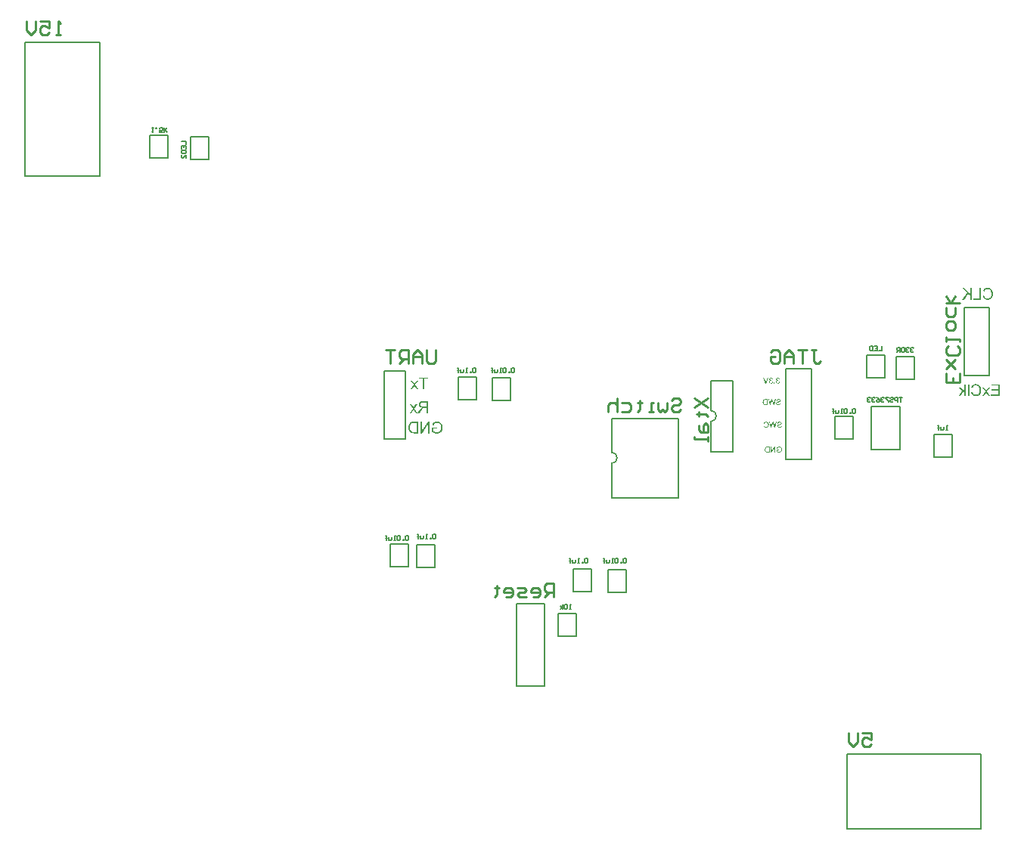
<source format=gbo>
G04*
G04 #@! TF.GenerationSoftware,Altium Limited,Altium Designer,19.1.5 (86)*
G04*
G04 Layer_Color=32896*
%FSLAX44Y44*%
%MOMM*%
G71*
G01*
G75*
%ADD10C,0.2000*%
%ADD12C,0.2540*%
%ADD62C,0.1270*%
G36*
X1531137Y786298D02*
X1531384Y786249D01*
X1531612Y786179D01*
X1531800Y786100D01*
X1531949Y786011D01*
X1532008Y785971D01*
X1532058Y785941D01*
X1532107Y785912D01*
X1532137Y785892D01*
X1532147Y785882D01*
X1532157Y785872D01*
X1532335Y785694D01*
X1532474Y785496D01*
X1532593Y785288D01*
X1532672Y785090D01*
X1532741Y784911D01*
X1532761Y784832D01*
X1532781Y784763D01*
X1532791Y784713D01*
X1532801Y784674D01*
X1532811Y784644D01*
Y784634D01*
X1532008Y784495D01*
X1531969Y784703D01*
X1531909Y784882D01*
X1531850Y785030D01*
X1531781Y785149D01*
X1531721Y785248D01*
X1531672Y785318D01*
X1531632Y785357D01*
X1531622Y785367D01*
X1531493Y785466D01*
X1531364Y785535D01*
X1531236Y785595D01*
X1531107Y785624D01*
X1531008Y785644D01*
X1530919Y785664D01*
X1530840D01*
X1530671Y785654D01*
X1530522Y785615D01*
X1530394Y785575D01*
X1530285Y785516D01*
X1530196Y785466D01*
X1530126Y785416D01*
X1530087Y785377D01*
X1530077Y785367D01*
X1529978Y785258D01*
X1529908Y785129D01*
X1529849Y785010D01*
X1529819Y784901D01*
X1529799Y784792D01*
X1529780Y784713D01*
Y784664D01*
Y784654D01*
Y784644D01*
X1529799Y784446D01*
X1529849Y784277D01*
X1529908Y784139D01*
X1529987Y784030D01*
X1530067Y783941D01*
X1530126Y783871D01*
X1530176Y783832D01*
X1530196Y783822D01*
X1530354Y783733D01*
X1530513Y783673D01*
X1530661Y783624D01*
X1530800Y783594D01*
X1530929Y783574D01*
X1531018Y783564D01*
X1531147D01*
X1531186Y783574D01*
X1531236D01*
X1531325Y782871D01*
X1531206Y782900D01*
X1531097Y782920D01*
X1530998Y782930D01*
X1530919Y782940D01*
X1530849Y782950D01*
X1530760D01*
X1530562Y782930D01*
X1530394Y782890D01*
X1530235Y782841D01*
X1530106Y782772D01*
X1529997Y782702D01*
X1529918Y782653D01*
X1529879Y782613D01*
X1529859Y782593D01*
X1529740Y782455D01*
X1529651Y782306D01*
X1529581Y782148D01*
X1529542Y782009D01*
X1529512Y781880D01*
X1529502Y781781D01*
X1529492Y781741D01*
Y781712D01*
Y781702D01*
Y781692D01*
X1529512Y781484D01*
X1529552Y781296D01*
X1529611Y781127D01*
X1529680Y780988D01*
X1529760Y780870D01*
X1529819Y780790D01*
X1529859Y780741D01*
X1529879Y780721D01*
X1530027Y780592D01*
X1530186Y780493D01*
X1530344Y780434D01*
X1530503Y780384D01*
X1530631Y780355D01*
X1530730Y780345D01*
X1530770Y780335D01*
X1530830D01*
X1530998Y780345D01*
X1531156Y780384D01*
X1531295Y780434D01*
X1531404Y780483D01*
X1531503Y780543D01*
X1531573Y780582D01*
X1531612Y780622D01*
X1531632Y780632D01*
X1531741Y780761D01*
X1531840Y780909D01*
X1531919Y781078D01*
X1531979Y781236D01*
X1532028Y781385D01*
X1532058Y781504D01*
X1532078Y781543D01*
Y781583D01*
X1532088Y781603D01*
Y781613D01*
X1532890Y781504D01*
X1532870Y781355D01*
X1532841Y781216D01*
X1532751Y780959D01*
X1532652Y780731D01*
X1532533Y780533D01*
X1532484Y780454D01*
X1532424Y780384D01*
X1532375Y780325D01*
X1532335Y780265D01*
X1532296Y780226D01*
X1532266Y780196D01*
X1532256Y780186D01*
X1532246Y780176D01*
X1532137Y780087D01*
X1532018Y780008D01*
X1531909Y779939D01*
X1531790Y779889D01*
X1531553Y779790D01*
X1531325Y779731D01*
X1531226Y779711D01*
X1531127Y779701D01*
X1531048Y779691D01*
X1530968Y779681D01*
X1530909Y779671D01*
X1530830D01*
X1530661Y779681D01*
X1530493Y779701D01*
X1530334Y779721D01*
X1530186Y779760D01*
X1530047Y779810D01*
X1529918Y779859D01*
X1529799Y779909D01*
X1529690Y779968D01*
X1529601Y780018D01*
X1529512Y780067D01*
X1529433Y780117D01*
X1529373Y780166D01*
X1529324Y780206D01*
X1529294Y780226D01*
X1529274Y780246D01*
X1529264Y780256D01*
X1529155Y780374D01*
X1529056Y780493D01*
X1528977Y780612D01*
X1528908Y780731D01*
X1528838Y780850D01*
X1528789Y780979D01*
X1528720Y781207D01*
X1528690Y781305D01*
X1528670Y781405D01*
X1528660Y781484D01*
X1528650Y781563D01*
X1528640Y781622D01*
Y781662D01*
Y781692D01*
Y781702D01*
X1528650Y781930D01*
X1528690Y782138D01*
X1528739Y782316D01*
X1528799Y782465D01*
X1528868Y782583D01*
X1528918Y782673D01*
X1528957Y782732D01*
X1528967Y782752D01*
X1529096Y782900D01*
X1529245Y783019D01*
X1529393Y783118D01*
X1529532Y783188D01*
X1529661Y783247D01*
X1529760Y783277D01*
X1529799Y783297D01*
X1529829D01*
X1529849Y783307D01*
X1529859D01*
X1529700Y783386D01*
X1529562Y783485D01*
X1529453Y783574D01*
X1529354Y783663D01*
X1529284Y783742D01*
X1529225Y783802D01*
X1529195Y783841D01*
X1529185Y783861D01*
X1529106Y783990D01*
X1529056Y784129D01*
X1529017Y784258D01*
X1528987Y784376D01*
X1528967Y784475D01*
X1528957Y784555D01*
Y784604D01*
Y784624D01*
X1528967Y784792D01*
X1528997Y784941D01*
X1529037Y785080D01*
X1529076Y785209D01*
X1529116Y785307D01*
X1529155Y785387D01*
X1529185Y785436D01*
X1529195Y785456D01*
X1529294Y785595D01*
X1529403Y785724D01*
X1529522Y785833D01*
X1529631Y785922D01*
X1529730Y785991D01*
X1529809Y786041D01*
X1529869Y786070D01*
X1529879Y786080D01*
X1529888D01*
X1530057Y786160D01*
X1530225Y786219D01*
X1530394Y786258D01*
X1530542Y786288D01*
X1530671Y786308D01*
X1530770Y786318D01*
X1530998D01*
X1531137Y786298D01*
D02*
G37*
G36*
X1523559D02*
X1523806Y786249D01*
X1524034Y786179D01*
X1524222Y786100D01*
X1524371Y786011D01*
X1524430Y785971D01*
X1524480Y785941D01*
X1524529Y785912D01*
X1524559Y785892D01*
X1524569Y785882D01*
X1524579Y785872D01*
X1524757Y785694D01*
X1524896Y785496D01*
X1525015Y785288D01*
X1525094Y785090D01*
X1525163Y784911D01*
X1525183Y784832D01*
X1525203Y784763D01*
X1525213Y784713D01*
X1525223Y784674D01*
X1525233Y784644D01*
Y784634D01*
X1524430Y784495D01*
X1524391Y784703D01*
X1524331Y784882D01*
X1524272Y785030D01*
X1524202Y785149D01*
X1524143Y785248D01*
X1524093Y785318D01*
X1524054Y785357D01*
X1524044Y785367D01*
X1523915Y785466D01*
X1523786Y785535D01*
X1523658Y785595D01*
X1523529Y785624D01*
X1523430Y785644D01*
X1523341Y785664D01*
X1523261D01*
X1523093Y785654D01*
X1522944Y785615D01*
X1522816Y785575D01*
X1522707Y785516D01*
X1522617Y785466D01*
X1522548Y785416D01*
X1522509Y785377D01*
X1522499Y785367D01*
X1522399Y785258D01*
X1522330Y785129D01*
X1522271Y785010D01*
X1522241Y784901D01*
X1522221Y784792D01*
X1522201Y784713D01*
Y784664D01*
Y784654D01*
Y784644D01*
X1522221Y784446D01*
X1522271Y784277D01*
X1522330Y784139D01*
X1522410Y784030D01*
X1522489Y783941D01*
X1522548Y783871D01*
X1522598Y783832D01*
X1522617Y783822D01*
X1522776Y783733D01*
X1522935Y783673D01*
X1523083Y783624D01*
X1523222Y783594D01*
X1523351Y783574D01*
X1523440Y783564D01*
X1523569D01*
X1523608Y783574D01*
X1523658D01*
X1523747Y782871D01*
X1523628Y782900D01*
X1523519Y782920D01*
X1523420Y782930D01*
X1523341Y782940D01*
X1523271Y782950D01*
X1523182D01*
X1522984Y782930D01*
X1522816Y782890D01*
X1522657Y782841D01*
X1522528Y782772D01*
X1522419Y782702D01*
X1522340Y782653D01*
X1522301Y782613D01*
X1522281Y782593D01*
X1522162Y782455D01*
X1522073Y782306D01*
X1522003Y782148D01*
X1521964Y782009D01*
X1521934Y781880D01*
X1521924Y781781D01*
X1521914Y781741D01*
Y781712D01*
Y781702D01*
Y781692D01*
X1521934Y781484D01*
X1521974Y781296D01*
X1522033Y781127D01*
X1522102Y780988D01*
X1522182Y780870D01*
X1522241Y780790D01*
X1522281Y780741D01*
X1522301Y780721D01*
X1522449Y780592D01*
X1522608Y780493D01*
X1522766Y780434D01*
X1522925Y780384D01*
X1523053Y780355D01*
X1523152Y780345D01*
X1523192Y780335D01*
X1523251D01*
X1523420Y780345D01*
X1523578Y780384D01*
X1523717Y780434D01*
X1523826Y780483D01*
X1523925Y780543D01*
X1523994Y780582D01*
X1524034Y780622D01*
X1524054Y780632D01*
X1524163Y780761D01*
X1524262Y780909D01*
X1524341Y781078D01*
X1524401Y781236D01*
X1524450Y781385D01*
X1524480Y781504D01*
X1524500Y781543D01*
Y781583D01*
X1524509Y781603D01*
Y781613D01*
X1525312Y781504D01*
X1525292Y781355D01*
X1525262Y781216D01*
X1525173Y780959D01*
X1525074Y780731D01*
X1524955Y780533D01*
X1524906Y780454D01*
X1524846Y780384D01*
X1524797Y780325D01*
X1524757Y780265D01*
X1524718Y780226D01*
X1524688Y780196D01*
X1524678Y780186D01*
X1524668Y780176D01*
X1524559Y780087D01*
X1524440Y780008D01*
X1524331Y779939D01*
X1524212Y779889D01*
X1523975Y779790D01*
X1523747Y779731D01*
X1523648Y779711D01*
X1523549Y779701D01*
X1523469Y779691D01*
X1523390Y779681D01*
X1523331Y779671D01*
X1523251D01*
X1523083Y779681D01*
X1522915Y779701D01*
X1522756Y779721D01*
X1522608Y779760D01*
X1522469Y779810D01*
X1522340Y779859D01*
X1522221Y779909D01*
X1522112Y779968D01*
X1522023Y780018D01*
X1521934Y780067D01*
X1521855Y780117D01*
X1521795Y780166D01*
X1521746Y780206D01*
X1521716Y780226D01*
X1521696Y780246D01*
X1521686Y780256D01*
X1521577Y780374D01*
X1521478Y780493D01*
X1521399Y780612D01*
X1521330Y780731D01*
X1521260Y780850D01*
X1521211Y780979D01*
X1521142Y781207D01*
X1521112Y781305D01*
X1521092Y781405D01*
X1521082Y781484D01*
X1521072Y781563D01*
X1521062Y781622D01*
Y781662D01*
Y781692D01*
Y781702D01*
X1521072Y781930D01*
X1521112Y782138D01*
X1521161Y782316D01*
X1521221Y782465D01*
X1521290Y782583D01*
X1521340Y782673D01*
X1521379Y782732D01*
X1521389Y782752D01*
X1521518Y782900D01*
X1521667Y783019D01*
X1521815Y783118D01*
X1521954Y783188D01*
X1522083Y783247D01*
X1522182Y783277D01*
X1522221Y783297D01*
X1522251D01*
X1522271Y783307D01*
X1522281D01*
X1522122Y783386D01*
X1521983Y783485D01*
X1521875Y783574D01*
X1521776Y783663D01*
X1521706Y783742D01*
X1521647Y783802D01*
X1521617Y783841D01*
X1521607Y783861D01*
X1521528Y783990D01*
X1521478Y784129D01*
X1521439Y784258D01*
X1521409Y784376D01*
X1521389Y784475D01*
X1521379Y784555D01*
Y784604D01*
Y784624D01*
X1521389Y784792D01*
X1521419Y784941D01*
X1521458Y785080D01*
X1521498Y785209D01*
X1521538Y785307D01*
X1521577Y785387D01*
X1521607Y785436D01*
X1521617Y785456D01*
X1521716Y785595D01*
X1521825Y785724D01*
X1521944Y785833D01*
X1522053Y785922D01*
X1522152Y785991D01*
X1522231Y786041D01*
X1522291Y786070D01*
X1522301Y786080D01*
X1522310D01*
X1522479Y786160D01*
X1522647Y786219D01*
X1522816Y786258D01*
X1522964Y786288D01*
X1523093Y786308D01*
X1523192Y786318D01*
X1523420D01*
X1523559Y786298D01*
D02*
G37*
G36*
X1518090Y779780D02*
X1517209D01*
X1514663Y786288D01*
X1515535D01*
X1517298Y781563D01*
X1517367Y781365D01*
X1517437Y781167D01*
X1517496Y780988D01*
X1517546Y780830D01*
X1517585Y780691D01*
X1517615Y780582D01*
X1517625Y780543D01*
X1517635Y780513D01*
X1517645Y780503D01*
Y780493D01*
X1517754Y780870D01*
X1517813Y781048D01*
X1517872Y781216D01*
X1517922Y781355D01*
X1517952Y781464D01*
X1517972Y781504D01*
X1517982Y781533D01*
X1517991Y781553D01*
Y781563D01*
X1519675Y786288D01*
X1520616D01*
X1518090Y779780D01*
D02*
G37*
G36*
X1527402D02*
X1526491D01*
Y780691D01*
X1527402D01*
Y779780D01*
D02*
G37*
G36*
X1526701Y755650D02*
X1525799D01*
X1524432Y760603D01*
X1524403Y760732D01*
X1524363Y760861D01*
X1524333Y760979D01*
X1524303Y761108D01*
X1524274Y761207D01*
X1524254Y761296D01*
X1524234Y761346D01*
Y761366D01*
X1524224Y761336D01*
X1524214Y761296D01*
X1524185Y761188D01*
X1524155Y761069D01*
X1524115Y760930D01*
X1524086Y760811D01*
X1524056Y760702D01*
X1524046Y760662D01*
X1524036Y760633D01*
X1524026Y760613D01*
Y760603D01*
X1522659Y755650D01*
X1521817D01*
X1520044Y762158D01*
X1520916D01*
X1521926Y757968D01*
X1521995Y757681D01*
X1522065Y757413D01*
X1522114Y757166D01*
X1522164Y756958D01*
X1522184Y756868D01*
X1522204Y756789D01*
X1522213Y756720D01*
X1522233Y756660D01*
X1522243Y756611D01*
Y756581D01*
X1522253Y756561D01*
Y756551D01*
X1522322Y756958D01*
X1522402Y757364D01*
X1522491Y757760D01*
X1522530Y757938D01*
X1522570Y758107D01*
X1522610Y758265D01*
X1522639Y758414D01*
X1522679Y758543D01*
X1522699Y758652D01*
X1522728Y758741D01*
X1522738Y758800D01*
X1522758Y758850D01*
Y758859D01*
X1523689Y762158D01*
X1524729D01*
X1525968Y757760D01*
X1525978Y757720D01*
X1525988Y757661D01*
X1526007Y757582D01*
X1526027Y757502D01*
X1526077Y757304D01*
X1526126Y757096D01*
X1526186Y756888D01*
X1526205Y756799D01*
X1526225Y756720D01*
X1526245Y756650D01*
X1526255Y756601D01*
X1526265Y756561D01*
Y756551D01*
X1526314Y756799D01*
X1526354Y757037D01*
X1526404Y757265D01*
X1526443Y757463D01*
X1526483Y757631D01*
X1526503Y757701D01*
X1526513Y757770D01*
X1526523Y757810D01*
X1526532Y757849D01*
X1526542Y757869D01*
Y757879D01*
X1527523Y762158D01*
X1528405D01*
X1526701Y755650D01*
D02*
G37*
G36*
X1519232D02*
X1516894D01*
X1516676Y755660D01*
X1516478Y755670D01*
X1516299Y755690D01*
X1516151Y755709D01*
X1516022Y755729D01*
X1515933Y755739D01*
X1515874Y755759D01*
X1515854D01*
X1515685Y755808D01*
X1515537Y755858D01*
X1515408Y755908D01*
X1515299Y755957D01*
X1515210Y756007D01*
X1515141Y756046D01*
X1515091Y756066D01*
X1515081Y756076D01*
X1514962Y756165D01*
X1514853Y756264D01*
X1514744Y756363D01*
X1514665Y756452D01*
X1514586Y756542D01*
X1514536Y756611D01*
X1514497Y756650D01*
X1514487Y756670D01*
X1514388Y756819D01*
X1514299Y756977D01*
X1514219Y757136D01*
X1514160Y757284D01*
X1514110Y757423D01*
X1514071Y757522D01*
X1514061Y757562D01*
X1514051Y757592D01*
X1514041Y757611D01*
Y757621D01*
X1513981Y757839D01*
X1513942Y758067D01*
X1513902Y758295D01*
X1513882Y758493D01*
X1513873Y758671D01*
Y758751D01*
X1513863Y758810D01*
Y758869D01*
Y758909D01*
Y758929D01*
Y758939D01*
X1513873Y759256D01*
X1513902Y759543D01*
X1513942Y759801D01*
X1513972Y759920D01*
X1513991Y760029D01*
X1514011Y760127D01*
X1514041Y760217D01*
X1514061Y760296D01*
X1514081Y760355D01*
X1514100Y760405D01*
X1514110Y760444D01*
X1514120Y760464D01*
Y760474D01*
X1514229Y760722D01*
X1514348Y760940D01*
X1514477Y761128D01*
X1514606Y761286D01*
X1514715Y761415D01*
X1514804Y761514D01*
X1514873Y761574D01*
X1514883Y761594D01*
X1514893D01*
X1515051Y761712D01*
X1515210Y761812D01*
X1515368Y761891D01*
X1515517Y761950D01*
X1515646Y762000D01*
X1515755Y762029D01*
X1515794Y762049D01*
X1515814D01*
X1515834Y762059D01*
X1515844D01*
X1516002Y762089D01*
X1516190Y762119D01*
X1516389Y762138D01*
X1516567Y762148D01*
X1516735Y762158D01*
X1519232D01*
Y755650D01*
D02*
G37*
G36*
X1531872Y762257D02*
X1532100Y762228D01*
X1532298Y762198D01*
X1532476Y762158D01*
X1532615Y762109D01*
X1532674Y762089D01*
X1532724Y762079D01*
X1532773Y762059D01*
X1532803Y762049D01*
X1532813Y762039D01*
X1532823D01*
X1533011Y761950D01*
X1533179Y761841D01*
X1533318Y761732D01*
X1533427Y761633D01*
X1533516Y761534D01*
X1533586Y761455D01*
X1533625Y761405D01*
X1533635Y761395D01*
Y761386D01*
X1533724Y761227D01*
X1533793Y761059D01*
X1533843Y760910D01*
X1533873Y760761D01*
X1533893Y760643D01*
X1533912Y760554D01*
Y760514D01*
Y760484D01*
Y760474D01*
Y760464D01*
X1533902Y760306D01*
X1533873Y760147D01*
X1533843Y760009D01*
X1533793Y759890D01*
X1533754Y759791D01*
X1533724Y759721D01*
X1533694Y759672D01*
X1533685Y759652D01*
X1533586Y759523D01*
X1533477Y759404D01*
X1533367Y759305D01*
X1533249Y759216D01*
X1533150Y759147D01*
X1533070Y759097D01*
X1533011Y759058D01*
X1533001Y759048D01*
X1532991D01*
X1532922Y759008D01*
X1532833Y758978D01*
X1532644Y758909D01*
X1532436Y758840D01*
X1532228Y758770D01*
X1532040Y758721D01*
X1531961Y758701D01*
X1531891Y758681D01*
X1531832Y758661D01*
X1531783Y758652D01*
X1531753Y758642D01*
X1531743D01*
X1531584Y758602D01*
X1531436Y758562D01*
X1531297Y758533D01*
X1531178Y758503D01*
X1531079Y758473D01*
X1530980Y758444D01*
X1530901Y758424D01*
X1530822Y758404D01*
X1530762Y758384D01*
X1530713Y758364D01*
X1530634Y758344D01*
X1530594Y758335D01*
X1530584Y758325D01*
X1530445Y758265D01*
X1530316Y758196D01*
X1530217Y758136D01*
X1530138Y758077D01*
X1530079Y758018D01*
X1530029Y757978D01*
X1530009Y757948D01*
X1530000Y757938D01*
X1529940Y757849D01*
X1529900Y757760D01*
X1529861Y757671D01*
X1529841Y757582D01*
X1529831Y757512D01*
X1529821Y757453D01*
Y757413D01*
Y757403D01*
X1529831Y757294D01*
X1529851Y757195D01*
X1529881Y757096D01*
X1529910Y757017D01*
X1529950Y756948D01*
X1529980Y756898D01*
X1530000Y756859D01*
X1530009Y756849D01*
X1530089Y756759D01*
X1530178Y756680D01*
X1530267Y756611D01*
X1530366Y756551D01*
X1530445Y756502D01*
X1530515Y756472D01*
X1530554Y756452D01*
X1530574Y756442D01*
X1530723Y756393D01*
X1530871Y756363D01*
X1531010Y756333D01*
X1531149Y756324D01*
X1531257Y756314D01*
X1531357Y756304D01*
X1531436D01*
X1531634Y756314D01*
X1531822Y756333D01*
X1532000Y756363D01*
X1532139Y756403D01*
X1532268Y756433D01*
X1532357Y756462D01*
X1532417Y756482D01*
X1532426Y756492D01*
X1532436D01*
X1532585Y756571D01*
X1532724Y756650D01*
X1532833Y756740D01*
X1532922Y756819D01*
X1533001Y756888D01*
X1533051Y756948D01*
X1533080Y756987D01*
X1533090Y756997D01*
X1533159Y757126D01*
X1533219Y757255D01*
X1533259Y757393D01*
X1533298Y757522D01*
X1533318Y757641D01*
X1533338Y757730D01*
X1533348Y757790D01*
Y757800D01*
Y757810D01*
X1534160Y757740D01*
X1534140Y757502D01*
X1534101Y757284D01*
X1534041Y757076D01*
X1533982Y756908D01*
X1533922Y756759D01*
X1533893Y756700D01*
X1533863Y756650D01*
X1533843Y756611D01*
X1533823Y756581D01*
X1533813Y756571D01*
Y756561D01*
X1533675Y756383D01*
X1533516Y756225D01*
X1533367Y756096D01*
X1533209Y755987D01*
X1533080Y755898D01*
X1532971Y755838D01*
X1532932Y755818D01*
X1532902Y755799D01*
X1532882Y755789D01*
X1532872D01*
X1532634Y755709D01*
X1532387Y755650D01*
X1532139Y755601D01*
X1531911Y755571D01*
X1531802Y755561D01*
X1531703Y755551D01*
X1531614D01*
X1531545Y755541D01*
X1531396D01*
X1531139Y755551D01*
X1530911Y755581D01*
X1530693Y755620D01*
X1530515Y755670D01*
X1530356Y755709D01*
X1530297Y755729D01*
X1530247Y755749D01*
X1530208Y755769D01*
X1530178Y755779D01*
X1530158Y755789D01*
X1530148D01*
X1529950Y755898D01*
X1529772Y756007D01*
X1529623Y756125D01*
X1529504Y756244D01*
X1529405Y756343D01*
X1529346Y756423D01*
X1529296Y756482D01*
X1529286Y756502D01*
X1529187Y756670D01*
X1529118Y756849D01*
X1529058Y757017D01*
X1529029Y757166D01*
X1529009Y757294D01*
X1528989Y757393D01*
Y757433D01*
Y757463D01*
Y757473D01*
Y757483D01*
X1528999Y757671D01*
X1529029Y757849D01*
X1529078Y758008D01*
X1529128Y758136D01*
X1529177Y758255D01*
X1529227Y758335D01*
X1529256Y758384D01*
X1529266Y758404D01*
X1529375Y758543D01*
X1529504Y758671D01*
X1529643Y758790D01*
X1529781Y758889D01*
X1529910Y758959D01*
X1530009Y759018D01*
X1530049Y759038D01*
X1530069Y759058D01*
X1530089Y759068D01*
X1530099D01*
X1530178Y759097D01*
X1530277Y759137D01*
X1530376Y759176D01*
X1530495Y759206D01*
X1530733Y759276D01*
X1530970Y759345D01*
X1531188Y759395D01*
X1531287Y759424D01*
X1531376Y759444D01*
X1531446Y759464D01*
X1531495Y759474D01*
X1531535Y759484D01*
X1531545D01*
X1531733Y759533D01*
X1531901Y759573D01*
X1532050Y759612D01*
X1532189Y759662D01*
X1532308Y759702D01*
X1532407Y759731D01*
X1532496Y759771D01*
X1532575Y759810D01*
X1532644Y759840D01*
X1532704Y759860D01*
X1532743Y759890D01*
X1532773Y759910D01*
X1532823Y759939D01*
X1532833Y759949D01*
X1532912Y760038D01*
X1532971Y760127D01*
X1533021Y760227D01*
X1533051Y760316D01*
X1533070Y760395D01*
X1533080Y760464D01*
Y760504D01*
Y760524D01*
X1533060Y760672D01*
X1533021Y760801D01*
X1532971Y760920D01*
X1532902Y761019D01*
X1532843Y761108D01*
X1532783Y761168D01*
X1532743Y761207D01*
X1532733Y761217D01*
X1532664Y761267D01*
X1532585Y761316D01*
X1532407Y761386D01*
X1532218Y761435D01*
X1532030Y761465D01*
X1531862Y761495D01*
X1531783D01*
X1531723Y761504D01*
X1531594D01*
X1531327Y761495D01*
X1531099Y761455D01*
X1530901Y761405D01*
X1530742Y761346D01*
X1530624Y761286D01*
X1530534Y761237D01*
X1530485Y761197D01*
X1530465Y761188D01*
X1530336Y761059D01*
X1530227Y760910D01*
X1530148Y760761D01*
X1530089Y760613D01*
X1530049Y760474D01*
X1530029Y760365D01*
X1530019Y760326D01*
X1530009Y760296D01*
Y760276D01*
Y760266D01*
X1529187Y760326D01*
X1529207Y760534D01*
X1529247Y760722D01*
X1529306Y760900D01*
X1529366Y761049D01*
X1529415Y761168D01*
X1529465Y761267D01*
X1529504Y761326D01*
X1529514Y761346D01*
X1529633Y761504D01*
X1529772Y761643D01*
X1529910Y761762D01*
X1530049Y761861D01*
X1530178Y761930D01*
X1530277Y761990D01*
X1530316Y762010D01*
X1530346Y762020D01*
X1530356Y762029D01*
X1530366D01*
X1530574Y762109D01*
X1530792Y762168D01*
X1531010Y762208D01*
X1531208Y762237D01*
X1531376Y762257D01*
X1531446D01*
X1531515Y762267D01*
X1531634D01*
X1531872Y762257D01*
D02*
G37*
G36*
X1527971Y730250D02*
X1527069D01*
X1525702Y735203D01*
X1525673Y735332D01*
X1525633Y735461D01*
X1525603Y735579D01*
X1525573Y735708D01*
X1525544Y735807D01*
X1525524Y735896D01*
X1525504Y735946D01*
Y735966D01*
X1525494Y735936D01*
X1525484Y735896D01*
X1525455Y735788D01*
X1525425Y735669D01*
X1525385Y735530D01*
X1525356Y735411D01*
X1525326Y735302D01*
X1525316Y735262D01*
X1525306Y735233D01*
X1525296Y735213D01*
Y735203D01*
X1523929Y730250D01*
X1523087D01*
X1521314Y736758D01*
X1522186D01*
X1523196Y732568D01*
X1523265Y732281D01*
X1523335Y732013D01*
X1523384Y731766D01*
X1523434Y731558D01*
X1523454Y731468D01*
X1523474Y731389D01*
X1523483Y731320D01*
X1523503Y731260D01*
X1523513Y731211D01*
Y731181D01*
X1523523Y731161D01*
Y731151D01*
X1523592Y731558D01*
X1523672Y731964D01*
X1523761Y732360D01*
X1523800Y732538D01*
X1523840Y732707D01*
X1523880Y732865D01*
X1523909Y733014D01*
X1523949Y733143D01*
X1523969Y733251D01*
X1523999Y733341D01*
X1524008Y733400D01*
X1524028Y733450D01*
Y733459D01*
X1524959Y736758D01*
X1525999D01*
X1527238Y732360D01*
X1527248Y732320D01*
X1527258Y732261D01*
X1527277Y732182D01*
X1527297Y732102D01*
X1527347Y731904D01*
X1527396Y731696D01*
X1527456Y731488D01*
X1527475Y731399D01*
X1527495Y731320D01*
X1527515Y731251D01*
X1527525Y731201D01*
X1527535Y731161D01*
Y731151D01*
X1527584Y731399D01*
X1527624Y731637D01*
X1527674Y731865D01*
X1527713Y732063D01*
X1527753Y732231D01*
X1527773Y732300D01*
X1527783Y732370D01*
X1527793Y732410D01*
X1527802Y732449D01*
X1527812Y732469D01*
Y732479D01*
X1528793Y736758D01*
X1529675D01*
X1527971Y730250D01*
D02*
G37*
G36*
X1518005Y736847D02*
X1518302Y736808D01*
X1518570Y736738D01*
X1518689Y736709D01*
X1518798Y736669D01*
X1518897Y736629D01*
X1518996Y736600D01*
X1519075Y736560D01*
X1519135Y736530D01*
X1519194Y736511D01*
X1519234Y736491D01*
X1519254Y736471D01*
X1519263D01*
X1519511Y736312D01*
X1519739Y736124D01*
X1519927Y735936D01*
X1520076Y735748D01*
X1520204Y735579D01*
X1520254Y735510D01*
X1520294Y735451D01*
X1520323Y735391D01*
X1520343Y735352D01*
X1520363Y735332D01*
Y735322D01*
X1520492Y735035D01*
X1520591Y734727D01*
X1520650Y734430D01*
X1520700Y734153D01*
X1520720Y734024D01*
X1520730Y733915D01*
X1520739Y733806D01*
Y733717D01*
X1520749Y733648D01*
Y733598D01*
Y733559D01*
Y733549D01*
X1520739Y733202D01*
X1520700Y732885D01*
X1520640Y732588D01*
X1520611Y732449D01*
X1520581Y732330D01*
X1520551Y732211D01*
X1520522Y732112D01*
X1520492Y732023D01*
X1520462Y731944D01*
X1520442Y731885D01*
X1520422Y731845D01*
X1520412Y731815D01*
Y731805D01*
X1520274Y731518D01*
X1520105Y731270D01*
X1519947Y731052D01*
X1519778Y730884D01*
X1519640Y730745D01*
X1519521Y730646D01*
X1519471Y730617D01*
X1519442Y730587D01*
X1519422Y730577D01*
X1519412Y730567D01*
X1519283Y730488D01*
X1519144Y730428D01*
X1518867Y730319D01*
X1518580Y730250D01*
X1518302Y730191D01*
X1518184Y730181D01*
X1518065Y730161D01*
X1517966Y730151D01*
X1517877D01*
X1517797Y730141D01*
X1517698D01*
X1517510Y730151D01*
X1517332Y730161D01*
X1517005Y730230D01*
X1516856Y730270D01*
X1516708Y730319D01*
X1516579Y730369D01*
X1516460Y730418D01*
X1516351Y730468D01*
X1516262Y730518D01*
X1516183Y730567D01*
X1516113Y730607D01*
X1516054Y730646D01*
X1516014Y730676D01*
X1515994Y730686D01*
X1515984Y730696D01*
X1515856Y730805D01*
X1515737Y730924D01*
X1515539Y731181D01*
X1515360Y731449D01*
X1515232Y731716D01*
X1515172Y731835D01*
X1515133Y731944D01*
X1515093Y732053D01*
X1515053Y732132D01*
X1515034Y732211D01*
X1515014Y732261D01*
X1515004Y732300D01*
Y732310D01*
X1515866Y732528D01*
X1515945Y732241D01*
X1516044Y731983D01*
X1516163Y731776D01*
X1516272Y731597D01*
X1516381Y731468D01*
X1516470Y731369D01*
X1516529Y731310D01*
X1516539Y731300D01*
X1516549Y731290D01*
X1516747Y731151D01*
X1516945Y731052D01*
X1517153Y730973D01*
X1517342Y730924D01*
X1517510Y730894D01*
X1517589Y730884D01*
X1517649D01*
X1517698Y730874D01*
X1517768D01*
X1517986Y730884D01*
X1518194Y730924D01*
X1518382Y730973D01*
X1518540Y731023D01*
X1518679Y731082D01*
X1518788Y731122D01*
X1518828Y731142D01*
X1518857Y731161D01*
X1518867Y731171D01*
X1518877D01*
X1519055Y731300D01*
X1519204Y731449D01*
X1519333Y731597D01*
X1519442Y731756D01*
X1519521Y731885D01*
X1519570Y732003D01*
X1519590Y732043D01*
X1519610Y732073D01*
X1519620Y732093D01*
Y732102D01*
X1519699Y732340D01*
X1519759Y732588D01*
X1519798Y732835D01*
X1519828Y733063D01*
X1519838Y733162D01*
X1519848Y733251D01*
Y733341D01*
X1519858Y733410D01*
Y733469D01*
Y733509D01*
Y733539D01*
Y733549D01*
X1519848Y733786D01*
X1519828Y734014D01*
X1519798Y734222D01*
X1519759Y734410D01*
X1519719Y734569D01*
X1519709Y734638D01*
X1519689Y734688D01*
X1519680Y734737D01*
X1519670Y734767D01*
X1519660Y734787D01*
Y734797D01*
X1519570Y735015D01*
X1519462Y735213D01*
X1519343Y735371D01*
X1519234Y735510D01*
X1519125Y735619D01*
X1519036Y735698D01*
X1518976Y735748D01*
X1518966Y735768D01*
X1518956D01*
X1518758Y735887D01*
X1518550Y735976D01*
X1518342Y736045D01*
X1518144Y736085D01*
X1517966Y736114D01*
X1517896Y736124D01*
X1517827D01*
X1517778Y736134D01*
X1517708D01*
X1517470Y736124D01*
X1517262Y736085D01*
X1517074Y736035D01*
X1516926Y735976D01*
X1516797Y735906D01*
X1516708Y735857D01*
X1516648Y735817D01*
X1516628Y735807D01*
X1516470Y735669D01*
X1516341Y735510D01*
X1516222Y735332D01*
X1516133Y735163D01*
X1516064Y735015D01*
X1516034Y734945D01*
X1516004Y734886D01*
X1515984Y734837D01*
X1515975Y734797D01*
X1515965Y734777D01*
Y734767D01*
X1515113Y734965D01*
X1515232Y735282D01*
X1515301Y735431D01*
X1515370Y735560D01*
X1515450Y735688D01*
X1515529Y735807D01*
X1515598Y735906D01*
X1515677Y736005D01*
X1515747Y736085D01*
X1515816Y736154D01*
X1515885Y736223D01*
X1515935Y736273D01*
X1515984Y736312D01*
X1516014Y736342D01*
X1516034Y736352D01*
X1516044Y736362D01*
X1516173Y736451D01*
X1516302Y736530D01*
X1516440Y736600D01*
X1516579Y736659D01*
X1516856Y736748D01*
X1517114Y736808D01*
X1517233Y736828D01*
X1517342Y736837D01*
X1517441Y736847D01*
X1517520Y736857D01*
X1517589Y736867D01*
X1517688D01*
X1518005Y736847D01*
D02*
G37*
G36*
X1533142Y736857D02*
X1533370Y736828D01*
X1533568Y736798D01*
X1533746Y736758D01*
X1533885Y736709D01*
X1533944Y736689D01*
X1533994Y736679D01*
X1534043Y736659D01*
X1534073Y736649D01*
X1534083Y736639D01*
X1534093D01*
X1534281Y736550D01*
X1534449Y736441D01*
X1534588Y736332D01*
X1534697Y736233D01*
X1534786Y736134D01*
X1534855Y736055D01*
X1534895Y736005D01*
X1534905Y735995D01*
Y735986D01*
X1534994Y735827D01*
X1535063Y735659D01*
X1535113Y735510D01*
X1535143Y735361D01*
X1535163Y735243D01*
X1535182Y735154D01*
Y735114D01*
Y735084D01*
Y735074D01*
Y735064D01*
X1535172Y734906D01*
X1535143Y734747D01*
X1535113Y734609D01*
X1535063Y734490D01*
X1535024Y734391D01*
X1534994Y734321D01*
X1534964Y734272D01*
X1534955Y734252D01*
X1534855Y734123D01*
X1534747Y734004D01*
X1534637Y733905D01*
X1534519Y733816D01*
X1534420Y733747D01*
X1534340Y733697D01*
X1534281Y733658D01*
X1534271Y733648D01*
X1534261D01*
X1534192Y733608D01*
X1534103Y733578D01*
X1533914Y733509D01*
X1533706Y733440D01*
X1533498Y733370D01*
X1533310Y733321D01*
X1533231Y733301D01*
X1533161Y733281D01*
X1533102Y733261D01*
X1533053Y733251D01*
X1533023Y733242D01*
X1533013D01*
X1532854Y733202D01*
X1532706Y733162D01*
X1532567Y733133D01*
X1532448Y733103D01*
X1532349Y733073D01*
X1532250Y733044D01*
X1532171Y733024D01*
X1532092Y733004D01*
X1532032Y732984D01*
X1531983Y732964D01*
X1531904Y732944D01*
X1531864Y732934D01*
X1531854Y732925D01*
X1531715Y732865D01*
X1531586Y732796D01*
X1531487Y732736D01*
X1531408Y732677D01*
X1531349Y732617D01*
X1531299Y732578D01*
X1531279Y732548D01*
X1531270Y732538D01*
X1531210Y732449D01*
X1531170Y732360D01*
X1531131Y732271D01*
X1531111Y732182D01*
X1531101Y732112D01*
X1531091Y732053D01*
Y732013D01*
Y732003D01*
X1531101Y731894D01*
X1531121Y731795D01*
X1531151Y731696D01*
X1531180Y731617D01*
X1531220Y731548D01*
X1531250Y731498D01*
X1531270Y731459D01*
X1531279Y731449D01*
X1531359Y731359D01*
X1531448Y731280D01*
X1531537Y731211D01*
X1531636Y731151D01*
X1531715Y731102D01*
X1531785Y731072D01*
X1531824Y731052D01*
X1531844Y731042D01*
X1531993Y730993D01*
X1532141Y730963D01*
X1532280Y730934D01*
X1532419Y730924D01*
X1532527Y730914D01*
X1532627Y730904D01*
X1532706D01*
X1532904Y730914D01*
X1533092Y730934D01*
X1533271Y730963D01*
X1533409Y731003D01*
X1533538Y731033D01*
X1533627Y731062D01*
X1533687Y731082D01*
X1533696Y731092D01*
X1533706D01*
X1533855Y731171D01*
X1533994Y731251D01*
X1534103Y731340D01*
X1534192Y731419D01*
X1534271Y731488D01*
X1534321Y731548D01*
X1534350Y731587D01*
X1534360Y731597D01*
X1534429Y731726D01*
X1534489Y731855D01*
X1534529Y731993D01*
X1534568Y732122D01*
X1534588Y732241D01*
X1534608Y732330D01*
X1534618Y732390D01*
Y732400D01*
Y732410D01*
X1535430Y732340D01*
X1535410Y732102D01*
X1535371Y731885D01*
X1535311Y731676D01*
X1535252Y731508D01*
X1535192Y731359D01*
X1535163Y731300D01*
X1535133Y731251D01*
X1535113Y731211D01*
X1535093Y731181D01*
X1535083Y731171D01*
Y731161D01*
X1534945Y730983D01*
X1534786Y730825D01*
X1534637Y730696D01*
X1534479Y730587D01*
X1534350Y730498D01*
X1534241Y730438D01*
X1534202Y730418D01*
X1534172Y730399D01*
X1534152Y730389D01*
X1534142D01*
X1533905Y730309D01*
X1533657Y730250D01*
X1533409Y730201D01*
X1533181Y730171D01*
X1533072Y730161D01*
X1532973Y730151D01*
X1532884D01*
X1532815Y730141D01*
X1532666D01*
X1532409Y730151D01*
X1532181Y730181D01*
X1531963Y730220D01*
X1531785Y730270D01*
X1531626Y730309D01*
X1531567Y730329D01*
X1531517Y730349D01*
X1531478Y730369D01*
X1531448Y730379D01*
X1531428Y730389D01*
X1531418D01*
X1531220Y730498D01*
X1531042Y730607D01*
X1530893Y730725D01*
X1530774Y730844D01*
X1530675Y730943D01*
X1530616Y731023D01*
X1530566Y731082D01*
X1530556Y731102D01*
X1530457Y731270D01*
X1530388Y731449D01*
X1530328Y731617D01*
X1530299Y731766D01*
X1530279Y731894D01*
X1530259Y731993D01*
Y732033D01*
Y732063D01*
Y732073D01*
Y732083D01*
X1530269Y732271D01*
X1530299Y732449D01*
X1530348Y732608D01*
X1530398Y732736D01*
X1530447Y732855D01*
X1530497Y732934D01*
X1530526Y732984D01*
X1530536Y733004D01*
X1530645Y733143D01*
X1530774Y733271D01*
X1530913Y733390D01*
X1531051Y733489D01*
X1531180Y733559D01*
X1531279Y733618D01*
X1531319Y733638D01*
X1531339Y733658D01*
X1531359Y733668D01*
X1531369D01*
X1531448Y733697D01*
X1531547Y733737D01*
X1531646Y733776D01*
X1531765Y733806D01*
X1532003Y733876D01*
X1532240Y733945D01*
X1532458Y733995D01*
X1532557Y734024D01*
X1532646Y734044D01*
X1532716Y734064D01*
X1532765Y734074D01*
X1532805Y734084D01*
X1532815D01*
X1533003Y734133D01*
X1533171Y734173D01*
X1533320Y734212D01*
X1533459Y734262D01*
X1533578Y734302D01*
X1533677Y734331D01*
X1533766Y734371D01*
X1533845Y734410D01*
X1533914Y734440D01*
X1533974Y734460D01*
X1534013Y734490D01*
X1534043Y734510D01*
X1534093Y734539D01*
X1534103Y734549D01*
X1534182Y734638D01*
X1534241Y734727D01*
X1534291Y734827D01*
X1534321Y734916D01*
X1534340Y734995D01*
X1534350Y735064D01*
Y735104D01*
Y735124D01*
X1534330Y735272D01*
X1534291Y735401D01*
X1534241Y735520D01*
X1534172Y735619D01*
X1534113Y735708D01*
X1534053Y735768D01*
X1534013Y735807D01*
X1534003Y735817D01*
X1533934Y735867D01*
X1533855Y735916D01*
X1533677Y735986D01*
X1533488Y736035D01*
X1533300Y736065D01*
X1533132Y736095D01*
X1533053D01*
X1532993Y736104D01*
X1532864D01*
X1532597Y736095D01*
X1532369Y736055D01*
X1532171Y736005D01*
X1532012Y735946D01*
X1531894Y735887D01*
X1531804Y735837D01*
X1531755Y735797D01*
X1531735Y735788D01*
X1531606Y735659D01*
X1531497Y735510D01*
X1531418Y735361D01*
X1531359Y735213D01*
X1531319Y735074D01*
X1531299Y734965D01*
X1531289Y734926D01*
X1531279Y734896D01*
Y734876D01*
Y734866D01*
X1530457Y734926D01*
X1530477Y735134D01*
X1530517Y735322D01*
X1530576Y735500D01*
X1530636Y735649D01*
X1530685Y735768D01*
X1530735Y735867D01*
X1530774Y735926D01*
X1530784Y735946D01*
X1530903Y736104D01*
X1531042Y736243D01*
X1531180Y736362D01*
X1531319Y736461D01*
X1531448Y736530D01*
X1531547Y736590D01*
X1531586Y736610D01*
X1531616Y736620D01*
X1531626Y736629D01*
X1531636D01*
X1531844Y736709D01*
X1532062Y736768D01*
X1532280Y736808D01*
X1532478Y736837D01*
X1532646Y736857D01*
X1532716D01*
X1532785Y736867D01*
X1532904D01*
X1533142Y736857D01*
D02*
G37*
G36*
X1528159Y702310D02*
X1527337D01*
Y707421D01*
X1523919Y702310D01*
X1523038D01*
Y708818D01*
X1523860D01*
Y703707D01*
X1527287Y708818D01*
X1528159D01*
Y702310D01*
D02*
G37*
G36*
X1532537Y708907D02*
X1532854Y708868D01*
X1533152Y708798D01*
X1533280Y708759D01*
X1533399Y708729D01*
X1533508Y708689D01*
X1533607Y708650D01*
X1533696Y708620D01*
X1533766Y708580D01*
X1533815Y708561D01*
X1533865Y708541D01*
X1533885Y708521D01*
X1533895D01*
X1534033Y708442D01*
X1534152Y708353D01*
X1534390Y708164D01*
X1534578Y707966D01*
X1534747Y707768D01*
X1534865Y707580D01*
X1534915Y707511D01*
X1534964Y707441D01*
X1534994Y707382D01*
X1535014Y707342D01*
X1535034Y707312D01*
Y707303D01*
X1535163Y706995D01*
X1535262Y706678D01*
X1535331Y706381D01*
X1535381Y706104D01*
X1535400Y705985D01*
X1535410Y705876D01*
X1535420Y705777D01*
Y705688D01*
X1535430Y705619D01*
Y705569D01*
Y705539D01*
Y705529D01*
X1535410Y705183D01*
X1535371Y704856D01*
X1535301Y704559D01*
X1535271Y704420D01*
X1535232Y704301D01*
X1535192Y704182D01*
X1535163Y704083D01*
X1535123Y703994D01*
X1535093Y703925D01*
X1535073Y703865D01*
X1535054Y703826D01*
X1535034Y703796D01*
Y703786D01*
X1534865Y703519D01*
X1534677Y703281D01*
X1534489Y703073D01*
X1534291Y702904D01*
X1534122Y702776D01*
X1534053Y702726D01*
X1533984Y702686D01*
X1533934Y702647D01*
X1533885Y702627D01*
X1533865Y702617D01*
X1533855Y702607D01*
X1533558Y702468D01*
X1533251Y702369D01*
X1532963Y702300D01*
X1532686Y702251D01*
X1532567Y702231D01*
X1532458Y702221D01*
X1532359Y702211D01*
X1532270D01*
X1532201Y702201D01*
X1532112D01*
X1531854Y702211D01*
X1531596Y702241D01*
X1531369Y702280D01*
X1531160Y702330D01*
X1531071Y702350D01*
X1530982Y702369D01*
X1530913Y702389D01*
X1530853Y702409D01*
X1530804Y702429D01*
X1530764Y702439D01*
X1530744Y702449D01*
X1530735D01*
X1530487Y702558D01*
X1530239Y702676D01*
X1530021Y702805D01*
X1529823Y702924D01*
X1529655Y703043D01*
X1529586Y703083D01*
X1529526Y703132D01*
X1529476Y703162D01*
X1529447Y703192D01*
X1529427Y703202D01*
X1529417Y703211D01*
Y705629D01*
X1532171D01*
Y704866D01*
X1530259D01*
Y703637D01*
X1530378Y703548D01*
X1530507Y703459D01*
X1530636Y703380D01*
X1530764Y703310D01*
X1530883Y703251D01*
X1530982Y703211D01*
X1531022Y703192D01*
X1531051Y703182D01*
X1531062Y703172D01*
X1531071D01*
X1531270Y703102D01*
X1531468Y703053D01*
X1531656Y703013D01*
X1531814Y702993D01*
X1531953Y702974D01*
X1532062Y702964D01*
X1532161D01*
X1532399Y702974D01*
X1532627Y703003D01*
X1532825Y703053D01*
X1533013Y703102D01*
X1533161Y703152D01*
X1533231Y703182D01*
X1533280Y703202D01*
X1533320Y703211D01*
X1533350Y703231D01*
X1533370Y703241D01*
X1533380D01*
X1533578Y703360D01*
X1533756Y703499D01*
X1533905Y703647D01*
X1534023Y703786D01*
X1534113Y703915D01*
X1534182Y704014D01*
X1534212Y704053D01*
X1534231Y704083D01*
X1534241Y704103D01*
Y704113D01*
X1534340Y704351D01*
X1534410Y704588D01*
X1534469Y704836D01*
X1534499Y705074D01*
X1534509Y705173D01*
X1534519Y705272D01*
X1534529Y705361D01*
Y705430D01*
X1534539Y705500D01*
Y705539D01*
Y705569D01*
Y705579D01*
X1534529Y705836D01*
X1534499Y706084D01*
X1534459Y706302D01*
X1534410Y706500D01*
X1534370Y706659D01*
X1534350Y706728D01*
X1534330Y706778D01*
X1534311Y706827D01*
X1534301Y706857D01*
X1534291Y706877D01*
Y706887D01*
X1534231Y707015D01*
X1534172Y707134D01*
X1534103Y707243D01*
X1534033Y707342D01*
X1533974Y707421D01*
X1533924Y707481D01*
X1533895Y707521D01*
X1533885Y707531D01*
X1533776Y707639D01*
X1533667Y707729D01*
X1533548Y707808D01*
X1533439Y707877D01*
X1533340Y707937D01*
X1533261Y707976D01*
X1533211Y707996D01*
X1533191Y708006D01*
X1533023Y708065D01*
X1532854Y708115D01*
X1532676Y708145D01*
X1532518Y708174D01*
X1532379Y708184D01*
X1532270Y708194D01*
X1532171D01*
X1531993Y708184D01*
X1531824Y708164D01*
X1531676Y708135D01*
X1531547Y708105D01*
X1531438Y708075D01*
X1531349Y708046D01*
X1531299Y708026D01*
X1531279Y708016D01*
X1531131Y707946D01*
X1531012Y707877D01*
X1530903Y707798D01*
X1530814Y707729D01*
X1530744Y707659D01*
X1530695Y707610D01*
X1530665Y707570D01*
X1530655Y707560D01*
X1530576Y707441D01*
X1530507Y707312D01*
X1530447Y707184D01*
X1530398Y707065D01*
X1530358Y706946D01*
X1530318Y706857D01*
X1530309Y706797D01*
X1530299Y706787D01*
Y706778D01*
X1529516Y706995D01*
X1529586Y707233D01*
X1529665Y707441D01*
X1529744Y707620D01*
X1529823Y707768D01*
X1529902Y707897D01*
X1529962Y707986D01*
X1530002Y708036D01*
X1530011Y708055D01*
X1530140Y708204D01*
X1530289Y708323D01*
X1530437Y708432D01*
X1530586Y708521D01*
X1530715Y708600D01*
X1530814Y708650D01*
X1530853Y708670D01*
X1530883Y708680D01*
X1530903Y708689D01*
X1530913D01*
X1531131Y708769D01*
X1531349Y708828D01*
X1531567Y708868D01*
X1531755Y708897D01*
X1531923Y708917D01*
X1532003D01*
X1532062Y708927D01*
X1532181D01*
X1532537Y708907D01*
D02*
G37*
G36*
X1521591Y702310D02*
X1519254D01*
X1519036Y702320D01*
X1518837Y702330D01*
X1518659Y702350D01*
X1518511Y702369D01*
X1518382Y702389D01*
X1518293Y702399D01*
X1518233Y702419D01*
X1518213D01*
X1518045Y702468D01*
X1517896Y702518D01*
X1517768Y702568D01*
X1517659Y702617D01*
X1517569Y702667D01*
X1517500Y702706D01*
X1517451Y702726D01*
X1517441Y702736D01*
X1517322Y702825D01*
X1517213Y702924D01*
X1517104Y703023D01*
X1517025Y703112D01*
X1516945Y703202D01*
X1516896Y703271D01*
X1516856Y703310D01*
X1516846Y703330D01*
X1516747Y703479D01*
X1516658Y703637D01*
X1516579Y703796D01*
X1516519Y703944D01*
X1516470Y704083D01*
X1516430Y704182D01*
X1516420Y704222D01*
X1516411Y704252D01*
X1516401Y704271D01*
Y704281D01*
X1516341Y704499D01*
X1516302Y704727D01*
X1516262Y704955D01*
X1516242Y705153D01*
X1516232Y705331D01*
Y705411D01*
X1516222Y705470D01*
Y705529D01*
Y705569D01*
Y705589D01*
Y705599D01*
X1516232Y705916D01*
X1516262Y706203D01*
X1516302Y706461D01*
X1516331Y706580D01*
X1516351Y706689D01*
X1516371Y706787D01*
X1516401Y706877D01*
X1516420Y706956D01*
X1516440Y707015D01*
X1516460Y707065D01*
X1516470Y707104D01*
X1516480Y707124D01*
Y707134D01*
X1516589Y707382D01*
X1516708Y707600D01*
X1516836Y707788D01*
X1516965Y707946D01*
X1517074Y708075D01*
X1517163Y708174D01*
X1517233Y708234D01*
X1517243Y708254D01*
X1517253D01*
X1517411Y708372D01*
X1517569Y708472D01*
X1517728Y708551D01*
X1517877Y708610D01*
X1518005Y708660D01*
X1518114Y708689D01*
X1518154Y708709D01*
X1518174D01*
X1518194Y708719D01*
X1518203D01*
X1518362Y708749D01*
X1518550Y708779D01*
X1518748Y708798D01*
X1518927Y708808D01*
X1519095Y708818D01*
X1521591D01*
Y702310D01*
D02*
G37*
G36*
X1747984Y873760D02*
X1746258D01*
Y878283D01*
X1744135Y880326D01*
X1739494Y873760D01*
X1737212D01*
X1742925Y881497D01*
X1737450Y886793D01*
X1739791D01*
X1746258Y880346D01*
Y886793D01*
X1747984D01*
Y873760D01*
D02*
G37*
G36*
X1766155Y886972D02*
X1766750Y886892D01*
X1767286Y886753D01*
X1767524Y886694D01*
X1767742Y886615D01*
X1767940Y886535D01*
X1768139Y886476D01*
X1768297Y886396D01*
X1768416Y886337D01*
X1768535Y886297D01*
X1768615Y886258D01*
X1768655Y886218D01*
X1768674D01*
X1769170Y885900D01*
X1769627Y885524D01*
X1770004Y885147D01*
X1770301Y884770D01*
X1770559Y884433D01*
X1770658Y884294D01*
X1770737Y884175D01*
X1770797Y884056D01*
X1770837Y883976D01*
X1770876Y883937D01*
Y883917D01*
X1771134Y883342D01*
X1771333Y882727D01*
X1771452Y882131D01*
X1771551Y881576D01*
X1771591Y881318D01*
X1771610Y881100D01*
X1771630Y880882D01*
Y880703D01*
X1771650Y880564D01*
Y880465D01*
Y880386D01*
Y880366D01*
X1771630Y879671D01*
X1771551Y879037D01*
X1771432Y878442D01*
X1771372Y878164D01*
X1771313Y877926D01*
X1771253Y877688D01*
X1771194Y877489D01*
X1771134Y877311D01*
X1771075Y877152D01*
X1771035Y877033D01*
X1770995Y876954D01*
X1770975Y876894D01*
Y876874D01*
X1770698Y876299D01*
X1770361Y875803D01*
X1770043Y875367D01*
X1769706Y875030D01*
X1769428Y874752D01*
X1769190Y874554D01*
X1769091Y874494D01*
X1769032Y874435D01*
X1768992Y874415D01*
X1768972Y874395D01*
X1768714Y874236D01*
X1768436Y874117D01*
X1767881Y873899D01*
X1767306Y873760D01*
X1766750Y873641D01*
X1766512Y873621D01*
X1766274Y873581D01*
X1766076Y873562D01*
X1765897D01*
X1765739Y873542D01*
X1765540D01*
X1765163Y873562D01*
X1764806Y873581D01*
X1764151Y873720D01*
X1763854Y873800D01*
X1763556Y873899D01*
X1763298Y873998D01*
X1763060Y874097D01*
X1762842Y874196D01*
X1762664Y874296D01*
X1762505Y874395D01*
X1762366Y874474D01*
X1762247Y874554D01*
X1762168Y874613D01*
X1762128Y874633D01*
X1762108Y874653D01*
X1761850Y874871D01*
X1761612Y875109D01*
X1761216Y875625D01*
X1760858Y876160D01*
X1760601Y876696D01*
X1760482Y876934D01*
X1760402Y877152D01*
X1760323Y877370D01*
X1760244Y877529D01*
X1760204Y877688D01*
X1760164Y877787D01*
X1760144Y877866D01*
Y877886D01*
X1761870Y878323D01*
X1762029Y877747D01*
X1762227Y877232D01*
X1762465Y876815D01*
X1762684Y876458D01*
X1762902Y876200D01*
X1763080Y876002D01*
X1763199Y875883D01*
X1763219Y875863D01*
X1763239Y875843D01*
X1763636Y875565D01*
X1764032Y875367D01*
X1764449Y875208D01*
X1764826Y875109D01*
X1765163Y875049D01*
X1765322Y875030D01*
X1765441D01*
X1765540Y875010D01*
X1765679D01*
X1766115Y875030D01*
X1766532Y875109D01*
X1766909Y875208D01*
X1767226Y875307D01*
X1767504Y875426D01*
X1767722Y875506D01*
X1767802Y875545D01*
X1767861Y875585D01*
X1767881Y875605D01*
X1767901D01*
X1768258Y875863D01*
X1768555Y876160D01*
X1768813Y876458D01*
X1769032Y876775D01*
X1769190Y877033D01*
X1769289Y877271D01*
X1769329Y877351D01*
X1769369Y877410D01*
X1769388Y877450D01*
Y877470D01*
X1769547Y877946D01*
X1769666Y878442D01*
X1769746Y878938D01*
X1769805Y879394D01*
X1769825Y879592D01*
X1769845Y879771D01*
Y879949D01*
X1769865Y880088D01*
Y880207D01*
Y880286D01*
Y880346D01*
Y880366D01*
X1769845Y880842D01*
X1769805Y881298D01*
X1769746Y881715D01*
X1769666Y882092D01*
X1769587Y882409D01*
X1769567Y882548D01*
X1769527Y882647D01*
X1769508Y882746D01*
X1769488Y882806D01*
X1769468Y882846D01*
Y882865D01*
X1769289Y883302D01*
X1769071Y883699D01*
X1768833Y884016D01*
X1768615Y884294D01*
X1768397Y884512D01*
X1768218Y884671D01*
X1768099Y884770D01*
X1768079Y884809D01*
X1768059D01*
X1767663Y885048D01*
X1767246Y885226D01*
X1766830Y885365D01*
X1766433Y885444D01*
X1766076Y885504D01*
X1765937Y885524D01*
X1765798D01*
X1765699Y885543D01*
X1765560D01*
X1765084Y885524D01*
X1764667Y885444D01*
X1764290Y885345D01*
X1763993Y885226D01*
X1763735Y885087D01*
X1763556Y884988D01*
X1763437Y884909D01*
X1763398Y884889D01*
X1763080Y884611D01*
X1762822Y884294D01*
X1762584Y883937D01*
X1762406Y883599D01*
X1762267Y883302D01*
X1762207Y883163D01*
X1762148Y883044D01*
X1762108Y882945D01*
X1762088Y882865D01*
X1762068Y882826D01*
Y882806D01*
X1760363Y883203D01*
X1760601Y883837D01*
X1760739Y884135D01*
X1760878Y884393D01*
X1761037Y884651D01*
X1761196Y884889D01*
X1761335Y885087D01*
X1761493Y885285D01*
X1761632Y885444D01*
X1761771Y885583D01*
X1761910Y885722D01*
X1762009Y885821D01*
X1762108Y885900D01*
X1762168Y885960D01*
X1762207Y885980D01*
X1762227Y886000D01*
X1762485Y886178D01*
X1762743Y886337D01*
X1763021Y886476D01*
X1763298Y886595D01*
X1763854Y886773D01*
X1764370Y886892D01*
X1764608Y886932D01*
X1764826Y886952D01*
X1765024Y886972D01*
X1765183Y886992D01*
X1765322Y887011D01*
X1765520D01*
X1766155Y886972D01*
D02*
G37*
G36*
X1758101Y873760D02*
X1749968D01*
Y875287D01*
X1756375D01*
Y886793D01*
X1758101D01*
Y873760D01*
D02*
G37*
G36*
X1765027Y770690D02*
X1768459Y765810D01*
X1766515D01*
X1763975Y769420D01*
X1763539Y768726D01*
X1761595Y765810D01*
X1759631D01*
X1763063Y770690D01*
X1759849Y775253D01*
X1761793D01*
X1763380Y773011D01*
X1763618Y772654D01*
X1763737Y772475D01*
X1763856Y772317D01*
X1763956Y772178D01*
X1764035Y772079D01*
X1764075Y771999D01*
X1764094Y771979D01*
X1764293Y772317D01*
X1764511Y772654D01*
X1764610Y772793D01*
X1764670Y772912D01*
X1764729Y772991D01*
X1764749Y773011D01*
X1766237Y775253D01*
X1768201D01*
X1765027Y770690D01*
D02*
G37*
G36*
X1741103Y765810D02*
X1739496D01*
Y769559D01*
X1738385Y770630D01*
X1735251Y765810D01*
X1733267D01*
X1737234Y771741D01*
X1733624Y775253D01*
X1735707D01*
X1739496Y771424D01*
Y778843D01*
X1741103D01*
Y765810D01*
D02*
G37*
G36*
X1753065Y779022D02*
X1753660Y778942D01*
X1754196Y778803D01*
X1754434Y778744D01*
X1754652Y778665D01*
X1754850Y778585D01*
X1755049Y778526D01*
X1755207Y778446D01*
X1755326Y778387D01*
X1755445Y778347D01*
X1755525Y778308D01*
X1755564Y778268D01*
X1755584D01*
X1756080Y777951D01*
X1756536Y777574D01*
X1756913Y777197D01*
X1757211Y776820D01*
X1757469Y776482D01*
X1757568Y776344D01*
X1757647Y776225D01*
X1757707Y776106D01*
X1757746Y776026D01*
X1757786Y775987D01*
Y775967D01*
X1758044Y775391D01*
X1758242Y774777D01*
X1758361Y774181D01*
X1758461Y773626D01*
X1758500Y773368D01*
X1758520Y773150D01*
X1758540Y772932D01*
Y772753D01*
X1758560Y772614D01*
Y772515D01*
Y772436D01*
Y772416D01*
X1758540Y771721D01*
X1758461Y771087D01*
X1758342Y770492D01*
X1758282Y770214D01*
X1758223Y769976D01*
X1758163Y769738D01*
X1758103Y769539D01*
X1758044Y769361D01*
X1757984Y769202D01*
X1757945Y769083D01*
X1757905Y769004D01*
X1757885Y768944D01*
Y768924D01*
X1757608Y768349D01*
X1757270Y767853D01*
X1756953Y767417D01*
X1756616Y767080D01*
X1756338Y766802D01*
X1756100Y766603D01*
X1756001Y766544D01*
X1755941Y766485D01*
X1755901Y766465D01*
X1755882Y766445D01*
X1755624Y766286D01*
X1755346Y766167D01*
X1754791Y765949D01*
X1754215Y765810D01*
X1753660Y765691D01*
X1753422Y765671D01*
X1753184Y765631D01*
X1752985Y765612D01*
X1752807D01*
X1752648Y765592D01*
X1752450D01*
X1752073Y765612D01*
X1751716Y765631D01*
X1751061Y765770D01*
X1750764Y765850D01*
X1750466Y765949D01*
X1750208Y766048D01*
X1749970Y766147D01*
X1749752Y766246D01*
X1749573Y766346D01*
X1749415Y766445D01*
X1749276Y766524D01*
X1749157Y766603D01*
X1749077Y766663D01*
X1749038Y766683D01*
X1749018Y766703D01*
X1748760Y766921D01*
X1748522Y767159D01*
X1748125Y767675D01*
X1747768Y768210D01*
X1747510Y768746D01*
X1747391Y768984D01*
X1747312Y769202D01*
X1747233Y769420D01*
X1747153Y769579D01*
X1747114Y769738D01*
X1747074Y769837D01*
X1747054Y769916D01*
Y769936D01*
X1748780Y770373D01*
X1748939Y769797D01*
X1749137Y769281D01*
X1749375Y768865D01*
X1749593Y768508D01*
X1749812Y768250D01*
X1749990Y768052D01*
X1750109Y767933D01*
X1750129Y767913D01*
X1750149Y767893D01*
X1750545Y767615D01*
X1750942Y767417D01*
X1751359Y767258D01*
X1751736Y767159D01*
X1752073Y767099D01*
X1752232Y767080D01*
X1752351D01*
X1752450Y767060D01*
X1752589D01*
X1753025Y767080D01*
X1753442Y767159D01*
X1753819Y767258D01*
X1754136Y767357D01*
X1754414Y767476D01*
X1754632Y767556D01*
X1754711Y767595D01*
X1754771Y767635D01*
X1754791Y767655D01*
X1754810D01*
X1755168Y767913D01*
X1755465Y768210D01*
X1755723Y768508D01*
X1755941Y768825D01*
X1756100Y769083D01*
X1756199Y769321D01*
X1756239Y769401D01*
X1756279Y769460D01*
X1756298Y769500D01*
Y769520D01*
X1756457Y769996D01*
X1756576Y770492D01*
X1756655Y770988D01*
X1756715Y771444D01*
X1756735Y771642D01*
X1756755Y771821D01*
Y771999D01*
X1756774Y772138D01*
Y772257D01*
Y772337D01*
Y772396D01*
Y772416D01*
X1756755Y772892D01*
X1756715Y773348D01*
X1756655Y773765D01*
X1756576Y774142D01*
X1756497Y774459D01*
X1756477Y774598D01*
X1756437Y774697D01*
X1756417Y774796D01*
X1756398Y774856D01*
X1756378Y774895D01*
Y774915D01*
X1756199Y775352D01*
X1755981Y775749D01*
X1755743Y776066D01*
X1755525Y776344D01*
X1755306Y776562D01*
X1755128Y776721D01*
X1755009Y776820D01*
X1754989Y776859D01*
X1754969D01*
X1754572Y777097D01*
X1754156Y777276D01*
X1753739Y777415D01*
X1753342Y777494D01*
X1752985Y777554D01*
X1752847Y777574D01*
X1752708D01*
X1752608Y777593D01*
X1752470D01*
X1751994Y777574D01*
X1751577Y777494D01*
X1751200Y777395D01*
X1750903Y777276D01*
X1750645Y777137D01*
X1750466Y777038D01*
X1750347Y776959D01*
X1750307Y776939D01*
X1749990Y776661D01*
X1749732Y776344D01*
X1749494Y775987D01*
X1749315Y775649D01*
X1749177Y775352D01*
X1749117Y775213D01*
X1749058Y775094D01*
X1749018Y774995D01*
X1748998Y774915D01*
X1748978Y774876D01*
Y774856D01*
X1747272Y775253D01*
X1747510Y775887D01*
X1747649Y776185D01*
X1747788Y776443D01*
X1747947Y776701D01*
X1748105Y776939D01*
X1748244Y777137D01*
X1748403Y777336D01*
X1748542Y777494D01*
X1748681Y777633D01*
X1748820Y777772D01*
X1748919Y777871D01*
X1749018Y777951D01*
X1749077Y778010D01*
X1749117Y778030D01*
X1749137Y778050D01*
X1749395Y778228D01*
X1749653Y778387D01*
X1749931Y778526D01*
X1750208Y778645D01*
X1750764Y778823D01*
X1751279Y778942D01*
X1751517Y778982D01*
X1751736Y779002D01*
X1751934Y779022D01*
X1752093Y779042D01*
X1752232Y779061D01*
X1752430D01*
X1753065Y779022D01*
D02*
G37*
G36*
X1779270Y765810D02*
X1769550D01*
Y767337D01*
X1777544D01*
Y771781D01*
X1770343D01*
Y773308D01*
X1777544D01*
Y777316D01*
X1769847D01*
Y778843D01*
X1779270D01*
Y765810D01*
D02*
G37*
G36*
X1745170D02*
X1743563D01*
Y778843D01*
X1745170D01*
Y765810D01*
D02*
G37*
G36*
X1141139Y723900D02*
X1139493D01*
Y734136D01*
X1132649Y723900D01*
X1130883D01*
Y736933D01*
X1132530D01*
Y726697D01*
X1139394Y736933D01*
X1141139D01*
Y723900D01*
D02*
G37*
G36*
X1149908Y737112D02*
X1150542Y737032D01*
X1151137Y736893D01*
X1151395Y736814D01*
X1151633Y736755D01*
X1151852Y736675D01*
X1152050Y736596D01*
X1152228Y736536D01*
X1152367Y736457D01*
X1152467Y736417D01*
X1152566Y736378D01*
X1152605Y736338D01*
X1152625D01*
X1152903Y736179D01*
X1153141Y736001D01*
X1153617Y735624D01*
X1153994Y735227D01*
X1154331Y734830D01*
X1154569Y734454D01*
X1154669Y734315D01*
X1154768Y734176D01*
X1154827Y734057D01*
X1154867Y733977D01*
X1154906Y733918D01*
Y733898D01*
X1155164Y733283D01*
X1155363Y732648D01*
X1155502Y732053D01*
X1155601Y731498D01*
X1155640Y731260D01*
X1155660Y731041D01*
X1155680Y730843D01*
Y730665D01*
X1155700Y730526D01*
Y730426D01*
Y730367D01*
Y730347D01*
X1155660Y729653D01*
X1155581Y728998D01*
X1155442Y728403D01*
X1155383Y728125D01*
X1155303Y727887D01*
X1155224Y727649D01*
X1155164Y727451D01*
X1155085Y727272D01*
X1155025Y727133D01*
X1154986Y727014D01*
X1154946Y726935D01*
X1154906Y726876D01*
Y726856D01*
X1154569Y726320D01*
X1154192Y725844D01*
X1153815Y725427D01*
X1153419Y725090D01*
X1153082Y724832D01*
X1152943Y724733D01*
X1152804Y724654D01*
X1152705Y724575D01*
X1152605Y724535D01*
X1152566Y724515D01*
X1152546Y724495D01*
X1151951Y724217D01*
X1151336Y724019D01*
X1150760Y723880D01*
X1150205Y723781D01*
X1149967Y723741D01*
X1149749Y723721D01*
X1149550Y723702D01*
X1149372D01*
X1149233Y723682D01*
X1149054D01*
X1148539Y723702D01*
X1148023Y723761D01*
X1147567Y723840D01*
X1147150Y723940D01*
X1146972Y723979D01*
X1146793Y724019D01*
X1146654Y724059D01*
X1146535Y724098D01*
X1146436Y724138D01*
X1146357Y724158D01*
X1146317Y724178D01*
X1146297D01*
X1145801Y724396D01*
X1145305Y724634D01*
X1144869Y724892D01*
X1144472Y725130D01*
X1144135Y725368D01*
X1143996Y725447D01*
X1143877Y725546D01*
X1143778Y725606D01*
X1143718Y725666D01*
X1143679Y725685D01*
X1143659Y725705D01*
Y730546D01*
X1149174D01*
Y729018D01*
X1145345D01*
Y726558D01*
X1145583Y726380D01*
X1145841Y726201D01*
X1146099Y726042D01*
X1146357Y725904D01*
X1146595Y725785D01*
X1146793Y725705D01*
X1146872Y725666D01*
X1146932Y725646D01*
X1146952Y725626D01*
X1146972D01*
X1147368Y725487D01*
X1147765Y725388D01*
X1148142Y725309D01*
X1148459Y725269D01*
X1148737Y725229D01*
X1148955Y725209D01*
X1149154D01*
X1149630Y725229D01*
X1150086Y725289D01*
X1150483Y725388D01*
X1150860Y725487D01*
X1151157Y725586D01*
X1151296Y725646D01*
X1151395Y725685D01*
X1151475Y725705D01*
X1151534Y725745D01*
X1151574Y725765D01*
X1151594D01*
X1151990Y726003D01*
X1152347Y726281D01*
X1152645Y726578D01*
X1152883Y726856D01*
X1153062Y727114D01*
X1153201Y727312D01*
X1153260Y727391D01*
X1153300Y727451D01*
X1153319Y727491D01*
Y727510D01*
X1153518Y727987D01*
X1153657Y728463D01*
X1153776Y728959D01*
X1153835Y729435D01*
X1153855Y729633D01*
X1153875Y729831D01*
X1153895Y730010D01*
Y730149D01*
X1153915Y730288D01*
Y730367D01*
Y730426D01*
Y730446D01*
X1153895Y730962D01*
X1153835Y731458D01*
X1153756Y731895D01*
X1153657Y732291D01*
X1153577Y732609D01*
X1153538Y732747D01*
X1153498Y732847D01*
X1153458Y732946D01*
X1153438Y733005D01*
X1153419Y733045D01*
Y733065D01*
X1153300Y733323D01*
X1153181Y733561D01*
X1153042Y733779D01*
X1152903Y733977D01*
X1152784Y734136D01*
X1152685Y734255D01*
X1152625Y734334D01*
X1152605Y734354D01*
X1152387Y734573D01*
X1152169Y734751D01*
X1151931Y734910D01*
X1151713Y735049D01*
X1151514Y735168D01*
X1151356Y735247D01*
X1151256Y735287D01*
X1151217Y735306D01*
X1150880Y735425D01*
X1150542Y735525D01*
X1150185Y735584D01*
X1149868Y735644D01*
X1149590Y735664D01*
X1149372Y735683D01*
X1149174D01*
X1148816Y735664D01*
X1148479Y735624D01*
X1148182Y735564D01*
X1147924Y735505D01*
X1147706Y735445D01*
X1147527Y735386D01*
X1147428Y735346D01*
X1147388Y735326D01*
X1147091Y735188D01*
X1146852Y735049D01*
X1146634Y734890D01*
X1146456Y734751D01*
X1146317Y734612D01*
X1146218Y734513D01*
X1146158Y734434D01*
X1146138Y734414D01*
X1145980Y734176D01*
X1145841Y733918D01*
X1145722Y733660D01*
X1145623Y733422D01*
X1145543Y733184D01*
X1145464Y733005D01*
X1145444Y732886D01*
X1145424Y732867D01*
Y732847D01*
X1143857Y733283D01*
X1143996Y733759D01*
X1144155Y734176D01*
X1144313Y734533D01*
X1144472Y734830D01*
X1144631Y735088D01*
X1144750Y735267D01*
X1144829Y735366D01*
X1144849Y735406D01*
X1145107Y735703D01*
X1145404Y735941D01*
X1145702Y736160D01*
X1146000Y736338D01*
X1146257Y736497D01*
X1146456Y736596D01*
X1146535Y736636D01*
X1146595Y736655D01*
X1146634Y736675D01*
X1146654D01*
X1147091Y736834D01*
X1147527Y736953D01*
X1147963Y737032D01*
X1148340Y737092D01*
X1148678Y737132D01*
X1148836D01*
X1148955Y737151D01*
X1149193D01*
X1149908Y737112D01*
D02*
G37*
G36*
X1127987Y723900D02*
X1123306D01*
X1122869Y723920D01*
X1122472Y723940D01*
X1122115Y723979D01*
X1121818Y724019D01*
X1121560Y724059D01*
X1121381Y724079D01*
X1121262Y724118D01*
X1121223D01*
X1120885Y724217D01*
X1120588Y724317D01*
X1120330Y724416D01*
X1120112Y724515D01*
X1119933Y724614D01*
X1119794Y724694D01*
X1119695Y724733D01*
X1119675Y724753D01*
X1119437Y724931D01*
X1119219Y725130D01*
X1119001Y725328D01*
X1118842Y725507D01*
X1118683Y725685D01*
X1118584Y725824D01*
X1118505Y725904D01*
X1118485Y725943D01*
X1118287Y726241D01*
X1118108Y726558D01*
X1117949Y726876D01*
X1117830Y727173D01*
X1117731Y727451D01*
X1117652Y727649D01*
X1117632Y727729D01*
X1117612Y727788D01*
X1117592Y727828D01*
Y727848D01*
X1117473Y728284D01*
X1117394Y728740D01*
X1117315Y729197D01*
X1117275Y729593D01*
X1117255Y729950D01*
Y730109D01*
X1117235Y730228D01*
Y730347D01*
Y730426D01*
Y730466D01*
Y730486D01*
X1117255Y731121D01*
X1117315Y731696D01*
X1117394Y732212D01*
X1117454Y732450D01*
X1117493Y732668D01*
X1117533Y732867D01*
X1117592Y733045D01*
X1117632Y733204D01*
X1117672Y733323D01*
X1117711Y733422D01*
X1117731Y733501D01*
X1117751Y733541D01*
Y733561D01*
X1117969Y734057D01*
X1118207Y734493D01*
X1118465Y734870D01*
X1118723Y735188D01*
X1118941Y735445D01*
X1119120Y735644D01*
X1119259Y735763D01*
X1119278Y735802D01*
X1119298D01*
X1119616Y736040D01*
X1119933Y736239D01*
X1120251Y736398D01*
X1120548Y736517D01*
X1120806Y736616D01*
X1121024Y736675D01*
X1121104Y736715D01*
X1121143D01*
X1121183Y736735D01*
X1121203D01*
X1121520Y736794D01*
X1121897Y736854D01*
X1122294Y736893D01*
X1122651Y736913D01*
X1122988Y736933D01*
X1127987D01*
Y723900D01*
D02*
G37*
G36*
X1124967Y778310D02*
X1128399Y773430D01*
X1126454D01*
X1123915Y777040D01*
X1123479Y776346D01*
X1121535Y773430D01*
X1119571D01*
X1123003Y778310D01*
X1119789Y782873D01*
X1121733D01*
X1123320Y780631D01*
X1123558Y780274D01*
X1123677Y780095D01*
X1123796Y779937D01*
X1123895Y779798D01*
X1123975Y779699D01*
X1124014Y779619D01*
X1124034Y779599D01*
X1124233Y779937D01*
X1124451Y780274D01*
X1124550Y780413D01*
X1124610Y780532D01*
X1124669Y780611D01*
X1124689Y780631D01*
X1126177Y782873D01*
X1128141D01*
X1124967Y778310D01*
D02*
G37*
G36*
X1139190Y784936D02*
X1134905D01*
Y773430D01*
X1133179D01*
Y784936D01*
X1128894D01*
Y786463D01*
X1139190D01*
Y784936D01*
D02*
G37*
G36*
X1123935Y751640D02*
X1127367Y746760D01*
X1125423D01*
X1122884Y750370D01*
X1122447Y749676D01*
X1120503Y746760D01*
X1118539D01*
X1121971Y751640D01*
X1118757Y756203D01*
X1120702D01*
X1122289Y753961D01*
X1122527Y753604D01*
X1122646Y753425D01*
X1122765Y753267D01*
X1122864Y753128D01*
X1122943Y753029D01*
X1122983Y752949D01*
X1123003Y752929D01*
X1123201Y753267D01*
X1123419Y753604D01*
X1123519Y753743D01*
X1123578Y753862D01*
X1123637Y753941D01*
X1123657Y753961D01*
X1125145Y756203D01*
X1127109D01*
X1123935Y751640D01*
D02*
G37*
G36*
X1139190Y746760D02*
X1137464D01*
Y752552D01*
X1135242D01*
X1135044Y752533D01*
X1134885D01*
X1134746Y752513D01*
X1134647Y752493D01*
X1134568D01*
X1134528Y752473D01*
X1134508D01*
X1134211Y752374D01*
X1133973Y752255D01*
X1133874Y752195D01*
X1133794Y752156D01*
X1133755Y752136D01*
X1133735Y752116D01*
X1133576Y752017D01*
X1133437Y751878D01*
X1133140Y751600D01*
X1133040Y751461D01*
X1132941Y751342D01*
X1132882Y751263D01*
X1132862Y751243D01*
X1132663Y750985D01*
X1132465Y750708D01*
X1132247Y750410D01*
X1132048Y750113D01*
X1131870Y749855D01*
X1131731Y749656D01*
X1131692Y749577D01*
X1131652Y749517D01*
X1131612Y749478D01*
Y749458D01*
X1129886Y746760D01*
X1127724D01*
X1129985Y750291D01*
X1130243Y750668D01*
X1130501Y751005D01*
X1130739Y751303D01*
X1130957Y751561D01*
X1131136Y751759D01*
X1131275Y751918D01*
X1131374Y751997D01*
X1131414Y752037D01*
X1131553Y752156D01*
X1131731Y752275D01*
X1132068Y752493D01*
X1132207Y752572D01*
X1132326Y752632D01*
X1132406Y752672D01*
X1132445Y752691D01*
X1132108Y752751D01*
X1131791Y752810D01*
X1131493Y752890D01*
X1131235Y752989D01*
X1130977Y753088D01*
X1130759Y753187D01*
X1130541Y753287D01*
X1130362Y753386D01*
X1130204Y753485D01*
X1130065Y753564D01*
X1129946Y753663D01*
X1129847Y753723D01*
X1129787Y753802D01*
X1129728Y753842D01*
X1129688Y753882D01*
X1129529Y754060D01*
X1129390Y754258D01*
X1129152Y754655D01*
X1128994Y755032D01*
X1128894Y755409D01*
X1128815Y755726D01*
X1128795Y755865D01*
Y755984D01*
X1128775Y756084D01*
Y756163D01*
Y756203D01*
Y756222D01*
X1128795Y756619D01*
X1128855Y756976D01*
X1128954Y757314D01*
X1129053Y757611D01*
X1129152Y757849D01*
X1129251Y758028D01*
X1129311Y758147D01*
X1129331Y758186D01*
X1129549Y758504D01*
X1129787Y758762D01*
X1130025Y758980D01*
X1130263Y759138D01*
X1130462Y759277D01*
X1130620Y759377D01*
X1130739Y759416D01*
X1130759Y759436D01*
X1130779D01*
X1130957Y759496D01*
X1131156Y759555D01*
X1131572Y759634D01*
X1132009Y759714D01*
X1132425Y759753D01*
X1132822Y759773D01*
X1132981D01*
X1133140Y759793D01*
X1139190D01*
Y746760D01*
D02*
G37*
%LPC*%
G36*
X1518370Y761395D02*
X1517013D01*
X1516745Y761386D01*
X1516517Y761376D01*
X1516329Y761356D01*
X1516171Y761326D01*
X1516052Y761296D01*
X1515973Y761277D01*
X1515923Y761267D01*
X1515903Y761257D01*
X1515735Y761168D01*
X1515576Y761059D01*
X1515438Y760940D01*
X1515319Y760811D01*
X1515220Y760702D01*
X1515150Y760603D01*
X1515121Y760563D01*
X1515111Y760534D01*
X1515091Y760524D01*
Y760514D01*
X1515031Y760405D01*
X1514982Y760286D01*
X1514893Y760038D01*
X1514833Y759781D01*
X1514794Y759523D01*
X1514784Y759414D01*
X1514774Y759305D01*
X1514764Y759206D01*
X1514754Y759117D01*
Y759048D01*
Y758998D01*
Y758959D01*
Y758949D01*
X1514764Y758681D01*
X1514784Y758444D01*
X1514814Y758226D01*
X1514843Y758037D01*
X1514873Y757889D01*
X1514893Y757829D01*
X1514903Y757780D01*
X1514913Y757740D01*
X1514922Y757710D01*
X1514933Y757701D01*
Y757691D01*
X1515002Y757512D01*
X1515081Y757344D01*
X1515160Y757205D01*
X1515230Y757086D01*
X1515299Y756997D01*
X1515358Y756928D01*
X1515398Y756878D01*
X1515408Y756868D01*
X1515497Y756789D01*
X1515586Y756720D01*
X1515685Y756670D01*
X1515784Y756621D01*
X1515864Y756581D01*
X1515933Y756551D01*
X1515973Y756542D01*
X1515992Y756532D01*
X1516141Y756492D01*
X1516299Y756462D01*
X1516468Y756442D01*
X1516626Y756433D01*
X1516775Y756423D01*
X1516884Y756413D01*
X1518370D01*
Y761395D01*
D02*
G37*
G36*
X1520730Y708055D02*
X1519372D01*
X1519105Y708046D01*
X1518877Y708036D01*
X1518689Y708016D01*
X1518530Y707986D01*
X1518412Y707956D01*
X1518332Y707937D01*
X1518283Y707927D01*
X1518263Y707917D01*
X1518094Y707828D01*
X1517936Y707719D01*
X1517797Y707600D01*
X1517678Y707471D01*
X1517579Y707362D01*
X1517510Y707263D01*
X1517480Y707223D01*
X1517470Y707194D01*
X1517451Y707184D01*
Y707174D01*
X1517391Y707065D01*
X1517342Y706946D01*
X1517253Y706698D01*
X1517193Y706441D01*
X1517153Y706183D01*
X1517144Y706074D01*
X1517134Y705965D01*
X1517124Y705866D01*
X1517114Y705777D01*
Y705708D01*
Y705658D01*
Y705619D01*
Y705609D01*
X1517124Y705341D01*
X1517144Y705104D01*
X1517173Y704886D01*
X1517203Y704697D01*
X1517233Y704549D01*
X1517253Y704489D01*
X1517262Y704440D01*
X1517272Y704400D01*
X1517282Y704370D01*
X1517292Y704361D01*
Y704351D01*
X1517361Y704172D01*
X1517441Y704004D01*
X1517520Y703865D01*
X1517589Y703746D01*
X1517659Y703657D01*
X1517718Y703588D01*
X1517758Y703538D01*
X1517768Y703528D01*
X1517857Y703449D01*
X1517946Y703380D01*
X1518045Y703330D01*
X1518144Y703281D01*
X1518223Y703241D01*
X1518293Y703211D01*
X1518332Y703202D01*
X1518352Y703192D01*
X1518501Y703152D01*
X1518659Y703122D01*
X1518828Y703102D01*
X1518986Y703093D01*
X1519135Y703083D01*
X1519244Y703073D01*
X1520730D01*
Y708055D01*
D02*
G37*
G36*
X1126261Y735406D02*
X1123544D01*
X1123008Y735386D01*
X1122552Y735366D01*
X1122175Y735326D01*
X1121857Y735267D01*
X1121619Y735207D01*
X1121461Y735168D01*
X1121361Y735148D01*
X1121322Y735128D01*
X1120985Y734949D01*
X1120667Y734731D01*
X1120389Y734493D01*
X1120151Y734235D01*
X1119953Y734017D01*
X1119814Y733819D01*
X1119755Y733739D01*
X1119735Y733680D01*
X1119695Y733660D01*
Y733640D01*
X1119576Y733422D01*
X1119477Y733184D01*
X1119298Y732688D01*
X1119179Y732172D01*
X1119100Y731656D01*
X1119080Y731438D01*
X1119060Y731220D01*
X1119041Y731022D01*
X1119021Y730843D01*
Y730704D01*
Y730605D01*
Y730526D01*
Y730506D01*
X1119041Y729970D01*
X1119080Y729494D01*
X1119140Y729058D01*
X1119199Y728681D01*
X1119259Y728383D01*
X1119298Y728264D01*
X1119318Y728165D01*
X1119338Y728086D01*
X1119358Y728026D01*
X1119378Y728006D01*
Y727987D01*
X1119517Y727629D01*
X1119675Y727292D01*
X1119834Y727014D01*
X1119973Y726776D01*
X1120112Y726598D01*
X1120231Y726459D01*
X1120310Y726360D01*
X1120330Y726340D01*
X1120508Y726181D01*
X1120687Y726042D01*
X1120885Y725943D01*
X1121084Y725844D01*
X1121242Y725765D01*
X1121381Y725705D01*
X1121461Y725685D01*
X1121500Y725666D01*
X1121798Y725586D01*
X1122115Y725527D01*
X1122452Y725487D01*
X1122770Y725467D01*
X1123067Y725447D01*
X1123286Y725427D01*
X1126261D01*
Y735406D01*
D02*
G37*
G36*
X1137464Y758345D02*
X1133358D01*
X1132842Y758325D01*
X1132406Y758246D01*
X1132048Y758167D01*
X1131751Y758047D01*
X1131533Y757948D01*
X1131354Y757849D01*
X1131275Y757770D01*
X1131235Y757750D01*
X1131017Y757512D01*
X1130838Y757254D01*
X1130719Y756996D01*
X1130640Y756758D01*
X1130600Y756540D01*
X1130561Y756381D01*
Y756262D01*
Y756242D01*
Y756222D01*
X1130581Y755984D01*
X1130620Y755766D01*
X1130680Y755568D01*
X1130739Y755409D01*
X1130799Y755250D01*
X1130858Y755151D01*
X1130898Y755072D01*
X1130918Y755052D01*
X1131057Y754874D01*
X1131215Y754715D01*
X1131394Y754576D01*
X1131553Y754457D01*
X1131692Y754378D01*
X1131811Y754318D01*
X1131890Y754298D01*
X1131929Y754278D01*
X1132187Y754199D01*
X1132485Y754139D01*
X1132802Y754100D01*
X1133100Y754080D01*
X1133358Y754060D01*
X1133576Y754040D01*
X1137464D01*
Y758345D01*
D02*
G37*
%LPD*%
D10*
X1344660Y690150D02*
G03*
X1344660Y702650I0J6250D01*
G01*
X1455620Y737070D02*
G03*
X1455620Y749570I0J6250D01*
G01*
X1540130Y796290D02*
X1548130D01*
X1540130D02*
X1568450D01*
Y694690D02*
Y796290D01*
X1540130Y694690D02*
X1568450D01*
X1540130D02*
Y796290D01*
X1097280Y599790D02*
X1117600D01*
X1097280Y574390D02*
Y599790D01*
Y574390D02*
X1117600D01*
Y599790D01*
X1126490Y599090D02*
X1146810D01*
X1126490Y573690D02*
Y599090D01*
Y573690D02*
X1146810D01*
Y599090D01*
X1285240Y496570D02*
Y521970D01*
X1305560D01*
Y496570D02*
Y521970D01*
X1285240Y496570D02*
X1305560D01*
X1301750Y571850D02*
X1322070D01*
X1301750Y546450D02*
Y571850D01*
Y546450D02*
X1322070D01*
Y571850D01*
X1261500Y533400D02*
X1270000D01*
Y440690D02*
Y533400D01*
X1238250Y440690D02*
X1270000D01*
X1238250D02*
Y533400D01*
X1261500D01*
X1344660Y702650D02*
Y740410D01*
Y651510D02*
Y690150D01*
Y651510D02*
X1419660D01*
Y740410D01*
X1344660D02*
X1419660D01*
X1739900Y788670D02*
X1767840D01*
Y864870D01*
X1739900D02*
X1767840D01*
X1739900Y788670D02*
Y864870D01*
X688340Y1079500D02*
Y1162050D01*
Y1012190D02*
Y1079800D01*
Y1012190D02*
X772160D01*
Y1162050D01*
X688340D02*
X772160D01*
X1675970Y364490D02*
X1758520D01*
X1608660D02*
X1676270D01*
X1608660Y280670D02*
Y364490D01*
Y280670D02*
X1758520D01*
Y364490D01*
X873760Y1056640D02*
X894080D01*
X873760Y1031240D02*
Y1056640D01*
Y1031240D02*
X894080D01*
Y1056640D01*
X828040Y1057910D02*
X848360D01*
X828040Y1032510D02*
Y1057910D01*
Y1032510D02*
X848360D01*
Y1057910D01*
X1635760Y753780D02*
X1667180D01*
X1635760Y705520D02*
Y753780D01*
Y705520D02*
X1667180D01*
Y732190D01*
Y727575D02*
Y753780D01*
X1630680Y811530D02*
X1651000D01*
X1630680Y786130D02*
Y811530D01*
Y786130D02*
X1651000D01*
Y811530D01*
X1705610Y697580D02*
X1725930D01*
Y722980D01*
X1705610D02*
X1725930D01*
X1705610Y697580D02*
Y722980D01*
X1595120Y742950D02*
X1615440D01*
X1595120Y717550D02*
Y742950D01*
Y717550D02*
X1615440D01*
Y742950D01*
X1663700Y784860D02*
X1684020D01*
Y810260D01*
X1663700D02*
X1684020D01*
X1663700Y784860D02*
Y810260D01*
X1455620Y749570D02*
Y783060D01*
Y703050D02*
Y737070D01*
Y703050D02*
X1480620D01*
Y783060D01*
X1455620D02*
X1480620D01*
X1173480Y762000D02*
Y787400D01*
X1193800D01*
Y762000D02*
Y787400D01*
X1173480Y762000D02*
X1193800D01*
X1211580Y761080D02*
Y786480D01*
X1231900D01*
Y761080D02*
Y786480D01*
X1211580Y761080D02*
X1231900D01*
X1361440Y546100D02*
Y571500D01*
X1341120Y546100D02*
X1361440D01*
X1341120D02*
Y571500D01*
X1361440D01*
X1090040Y793750D02*
X1113790D01*
X1090040Y717550D02*
Y793750D01*
Y717550D02*
X1113790D01*
Y793750D01*
D12*
X1412243Y760726D02*
X1414783Y763265D01*
X1419861D01*
X1422400Y760726D01*
Y758187D01*
X1419861Y755648D01*
X1414783D01*
X1412243Y753108D01*
Y750569D01*
X1414783Y748030D01*
X1419861D01*
X1422400Y750569D01*
X1407165Y758187D02*
Y750569D01*
X1404626Y748030D01*
X1402087Y750569D01*
X1399547Y748030D01*
X1397008Y750569D01*
Y758187D01*
X1391930Y748030D02*
X1386852D01*
X1389391D01*
Y758187D01*
X1391930D01*
X1376695Y760726D02*
Y758187D01*
X1379234D01*
X1374156D01*
X1376695D01*
Y750569D01*
X1374156Y748030D01*
X1356381Y758187D02*
X1363999D01*
X1366538Y755648D01*
Y750569D01*
X1363999Y748030D01*
X1356381D01*
X1351303Y763265D02*
Y748030D01*
Y755648D01*
X1348764Y758187D01*
X1343685D01*
X1341146Y755648D01*
Y748030D01*
X1280160Y541020D02*
Y556255D01*
X1272542D01*
X1270003Y553716D01*
Y548638D01*
X1272542Y546098D01*
X1280160D01*
X1275082D02*
X1270003Y541020D01*
X1257307D02*
X1262386D01*
X1264925Y543559D01*
Y548638D01*
X1262386Y551177D01*
X1257307D01*
X1254768Y548638D01*
Y546098D01*
X1264925D01*
X1249690Y541020D02*
X1242072D01*
X1239533Y543559D01*
X1242072Y546098D01*
X1247151D01*
X1249690Y548638D01*
X1247151Y551177D01*
X1239533D01*
X1226837Y541020D02*
X1231916D01*
X1234455Y543559D01*
Y548638D01*
X1231916Y551177D01*
X1226837D01*
X1224298Y548638D01*
Y546098D01*
X1234455D01*
X1216681Y553716D02*
Y551177D01*
X1219220D01*
X1214141D01*
X1216681D01*
Y543559D01*
X1214141Y541020D01*
X1734815Y791207D02*
Y781050D01*
X1719580D01*
Y791207D01*
X1727198Y781050D02*
Y786128D01*
X1729737Y796285D02*
X1719580Y806442D01*
X1724658Y801363D01*
X1729737Y806442D01*
X1719580Y796285D01*
X1732276Y821677D02*
X1734815Y819138D01*
Y814059D01*
X1732276Y811520D01*
X1722119D01*
X1719580Y814059D01*
Y819138D01*
X1722119Y821677D01*
X1719580Y826755D02*
Y831834D01*
Y829294D01*
X1734815D01*
Y826755D01*
X1719580Y841990D02*
Y847069D01*
X1722119Y849608D01*
X1727198D01*
X1729737Y847069D01*
Y841990D01*
X1727198Y839451D01*
X1722119D01*
X1719580Y841990D01*
X1729737Y864843D02*
Y857225D01*
X1727198Y854686D01*
X1722119D01*
X1719580Y857225D01*
Y864843D01*
Y869921D02*
X1734815D01*
X1724658D02*
X1729737Y877539D01*
X1724658Y869921D02*
X1719580Y877539D01*
X727964Y1170764D02*
X722886D01*
X725425D01*
Y1185999D01*
X727964Y1183460D01*
X705111Y1185999D02*
X715268D01*
Y1178382D01*
X710190Y1180921D01*
X707651D01*
X705111Y1178382D01*
Y1173303D01*
X707651Y1170764D01*
X712729D01*
X715268Y1173303D01*
X700033Y1185999D02*
Y1175842D01*
X694955Y1170764D01*
X689876Y1175842D01*
Y1185999D01*
X1625427Y388439D02*
X1635584D01*
Y380821D01*
X1630506Y383361D01*
X1627966D01*
X1625427Y380821D01*
Y375743D01*
X1627966Y373204D01*
X1633045D01*
X1635584Y375743D01*
X1620349Y388439D02*
Y378282D01*
X1615271Y373204D01*
X1610192Y378282D01*
Y388439D01*
X1437645Y763270D02*
X1452880Y753113D01*
X1437645D02*
X1452880Y763270D01*
X1440184Y745496D02*
X1442723D01*
Y748035D01*
Y742957D01*
Y745496D01*
X1450341D01*
X1452880Y742957D01*
X1442723Y732800D02*
Y727721D01*
X1445262Y725182D01*
X1452880D01*
Y732800D01*
X1450341Y735339D01*
X1447802Y732800D01*
Y725182D01*
X1452880Y720104D02*
Y715026D01*
Y717565D01*
X1437645D01*
Y720104D01*
X1147444Y817621D02*
Y804925D01*
X1144905Y802386D01*
X1139826D01*
X1137287Y804925D01*
Y817621D01*
X1132209Y802386D02*
Y812543D01*
X1127131Y817621D01*
X1122052Y812543D01*
Y802386D01*
Y810004D01*
X1132209D01*
X1116974Y802386D02*
Y817621D01*
X1109356D01*
X1106817Y815082D01*
Y810004D01*
X1109356Y807464D01*
X1116974D01*
X1111896D02*
X1106817Y802386D01*
X1101739Y817621D02*
X1091582D01*
X1096660D01*
Y802386D01*
X1568453Y817875D02*
X1573532D01*
X1570992D01*
Y805179D01*
X1573532Y802640D01*
X1576071D01*
X1578610Y805179D01*
X1563375Y817875D02*
X1553218D01*
X1558297D01*
Y802640D01*
X1548140D02*
Y812797D01*
X1543062Y817875D01*
X1537983Y812797D01*
Y802640D01*
Y810257D01*
X1548140D01*
X1522748Y815336D02*
X1525287Y817875D01*
X1530366D01*
X1532905Y815336D01*
Y805179D01*
X1530366Y802640D01*
X1525287D01*
X1522748Y805179D01*
Y810257D01*
X1527826D01*
D62*
X1299210Y527050D02*
X1297517D01*
X1298364D01*
Y532128D01*
X1299210Y531282D01*
X1294978D02*
X1294132Y532128D01*
X1292439D01*
X1291593Y531282D01*
Y527896D01*
X1292439Y527050D01*
X1294132D01*
X1294978Y527896D01*
Y531282D01*
X1289900Y527050D02*
Y532128D01*
Y528743D02*
X1287361Y530436D01*
X1289900Y528743D02*
X1287361Y527050D01*
X863602Y1051560D02*
X868680D01*
Y1048174D01*
X863602Y1043096D02*
Y1046482D01*
X868680D01*
Y1043096D01*
X866141Y1046482D02*
Y1044789D01*
X863602Y1041403D02*
X868680D01*
Y1038864D01*
X867834Y1038018D01*
X864448D01*
X863602Y1038864D01*
Y1041403D01*
X868680Y1032939D02*
Y1036325D01*
X865294Y1032939D01*
X864448D01*
X863602Y1033786D01*
Y1035479D01*
X864448Y1036325D01*
X830580Y1066800D02*
X832273D01*
X831426D01*
Y1061722D01*
X830580Y1062568D01*
X834812Y1066800D02*
Y1065954D01*
X835658D01*
Y1066800D01*
X834812D01*
X842430Y1061722D02*
X839044D01*
Y1064261D01*
X840737Y1063414D01*
X841583D01*
X842430Y1064261D01*
Y1065954D01*
X841583Y1066800D01*
X839890D01*
X839044Y1065954D01*
X844122Y1061722D02*
Y1066800D01*
Y1065107D01*
X847508Y1061722D01*
X844969Y1064261D01*
X847508Y1066800D01*
X1647190Y821688D02*
Y816610D01*
X1643804D01*
X1638726Y821688D02*
X1642112D01*
Y816610D01*
X1638726D01*
X1642112Y819149D02*
X1640419D01*
X1637033Y821688D02*
Y816610D01*
X1634494D01*
X1633648Y817456D01*
Y820842D01*
X1634494Y821688D01*
X1637033D01*
X1682750Y819572D02*
X1681904Y820418D01*
X1680211D01*
X1679364Y819572D01*
Y818726D01*
X1680211Y817879D01*
X1681057D01*
X1680211D01*
X1679364Y817033D01*
Y816186D01*
X1680211Y815340D01*
X1681904D01*
X1682750Y816186D01*
X1677672Y819572D02*
X1676825Y820418D01*
X1675132D01*
X1674286Y819572D01*
Y818726D01*
X1675132Y817879D01*
X1675979D01*
X1675132D01*
X1674286Y817033D01*
Y816186D01*
X1675132Y815340D01*
X1676825D01*
X1677672Y816186D01*
X1672593Y819572D02*
X1671747Y820418D01*
X1670054D01*
X1669208Y819572D01*
Y816186D01*
X1670054Y815340D01*
X1671747D01*
X1672593Y816186D01*
Y819572D01*
X1667515Y815340D02*
Y820418D01*
X1664976D01*
X1664129Y819572D01*
Y817879D01*
X1664976Y817033D01*
X1667515D01*
X1665822D02*
X1664129Y815340D01*
X1670050Y764538D02*
X1666664D01*
X1668357D01*
Y759460D01*
X1664972D02*
Y764538D01*
X1662433D01*
X1661586Y763692D01*
Y761999D01*
X1662433Y761153D01*
X1664972D01*
X1656508Y763692D02*
X1657354Y764538D01*
X1659047D01*
X1659893Y763692D01*
Y762846D01*
X1659047Y761999D01*
X1657354D01*
X1656508Y761153D01*
Y760306D01*
X1657354Y759460D01*
X1659047D01*
X1659893Y760306D01*
X1654815Y764538D02*
X1651429D01*
Y763692D01*
X1654815Y760306D01*
Y759460D01*
X1649737Y763692D02*
X1648890Y764538D01*
X1647197D01*
X1646351Y763692D01*
Y762846D01*
X1647197Y761999D01*
X1648044D01*
X1647197D01*
X1646351Y761153D01*
Y760306D01*
X1647197Y759460D01*
X1648890D01*
X1649737Y760306D01*
X1641273Y764538D02*
X1642966Y763692D01*
X1644658Y761999D01*
Y760306D01*
X1643812Y759460D01*
X1642119D01*
X1641273Y760306D01*
Y761153D01*
X1642119Y761999D01*
X1644658D01*
X1639580Y763692D02*
X1638734Y764538D01*
X1637041D01*
X1636194Y763692D01*
Y762846D01*
X1637041Y761999D01*
X1637887D01*
X1637041D01*
X1636194Y761153D01*
Y760306D01*
X1637041Y759460D01*
X1638734D01*
X1639580Y760306D01*
X1634502Y763692D02*
X1633655Y764538D01*
X1631962D01*
X1631116Y763692D01*
Y762846D01*
X1631962Y761999D01*
X1632809D01*
X1631962D01*
X1631116Y761153D01*
Y760306D01*
X1631962Y759460D01*
X1633655D01*
X1634502Y760306D01*
X1720850Y727710D02*
X1719157D01*
X1720004D01*
Y732788D01*
X1720850Y731942D01*
X1716618Y731096D02*
Y728556D01*
X1715772Y727710D01*
X1713233D01*
Y731096D01*
X1710693Y727710D02*
Y731942D01*
Y730249D01*
X1711540D01*
X1709847D01*
X1710693D01*
Y731942D01*
X1709847Y732788D01*
X1617980Y750992D02*
X1617134Y751838D01*
X1615441D01*
X1614594Y750992D01*
Y747606D01*
X1615441Y746760D01*
X1617134D01*
X1617980Y747606D01*
Y750992D01*
X1612902Y746760D02*
Y747606D01*
X1612055D01*
Y746760D01*
X1612902D01*
X1608670Y750992D02*
X1607823Y751838D01*
X1606131D01*
X1605284Y750992D01*
Y747606D01*
X1606131Y746760D01*
X1607823D01*
X1608670Y747606D01*
Y750992D01*
X1603591Y746760D02*
X1601898D01*
X1602745D01*
Y751838D01*
X1603591Y750992D01*
X1599359Y750146D02*
Y747606D01*
X1598513Y746760D01*
X1595974D01*
Y750146D01*
X1593435Y746760D02*
Y750992D01*
Y749299D01*
X1594281D01*
X1592588D01*
X1593435D01*
Y750992D01*
X1592588Y751838D01*
X1148080Y610022D02*
X1147234Y610868D01*
X1145541D01*
X1144694Y610022D01*
Y606636D01*
X1145541Y605790D01*
X1147234D01*
X1148080Y606636D01*
Y610022D01*
X1143002Y605790D02*
Y606636D01*
X1142155D01*
Y605790D01*
X1143002D01*
X1138770D02*
X1137077D01*
X1137923D01*
Y610868D01*
X1138770Y610022D01*
X1134538Y609176D02*
Y606636D01*
X1133691Y605790D01*
X1131152D01*
Y609176D01*
X1128613Y605790D02*
Y610022D01*
Y608329D01*
X1129459D01*
X1127767D01*
X1128613D01*
Y610022D01*
X1127767Y610868D01*
X1117600Y608752D02*
X1116754Y609598D01*
X1115061D01*
X1114214Y608752D01*
Y605366D01*
X1115061Y604520D01*
X1116754D01*
X1117600Y605366D01*
Y608752D01*
X1112522Y604520D02*
Y605366D01*
X1111675D01*
Y604520D01*
X1112522D01*
X1108290Y608752D02*
X1107443Y609598D01*
X1105751D01*
X1104904Y608752D01*
Y605366D01*
X1105751Y604520D01*
X1107443D01*
X1108290Y605366D01*
Y608752D01*
X1103211Y604520D02*
X1101518D01*
X1102365D01*
Y609598D01*
X1103211Y608752D01*
X1098979Y607906D02*
Y605366D01*
X1098133Y604520D01*
X1095594D01*
Y607906D01*
X1093055Y604520D02*
Y608752D01*
Y607059D01*
X1093901D01*
X1092208D01*
X1093055D01*
Y608752D01*
X1092208Y609598D01*
X1192530Y796712D02*
X1191684Y797558D01*
X1189991D01*
X1189144Y796712D01*
Y793326D01*
X1189991Y792480D01*
X1191684D01*
X1192530Y793326D01*
Y796712D01*
X1187452Y792480D02*
Y793326D01*
X1186605D01*
Y792480D01*
X1187452D01*
X1183220D02*
X1181527D01*
X1182373D01*
Y797558D01*
X1183220Y796712D01*
X1178988Y795866D02*
Y793326D01*
X1178141Y792480D01*
X1175602D01*
Y795866D01*
X1173063Y792480D02*
Y796712D01*
Y795019D01*
X1173909D01*
X1172217D01*
X1173063D01*
Y796712D01*
X1172217Y797558D01*
X1235710Y796712D02*
X1234864Y797558D01*
X1233171D01*
X1232324Y796712D01*
Y793326D01*
X1233171Y792480D01*
X1234864D01*
X1235710Y793326D01*
Y796712D01*
X1230632Y792480D02*
Y793326D01*
X1229785D01*
Y792480D01*
X1230632D01*
X1226400Y796712D02*
X1225553Y797558D01*
X1223860D01*
X1223014Y796712D01*
Y793326D01*
X1223860Y792480D01*
X1225553D01*
X1226400Y793326D01*
Y796712D01*
X1221321Y792480D02*
X1219629D01*
X1220475D01*
Y797558D01*
X1221321Y796712D01*
X1217089Y795866D02*
Y793326D01*
X1216243Y792480D01*
X1213704D01*
Y795866D01*
X1211165Y792480D02*
Y796712D01*
Y795019D01*
X1212011D01*
X1210318D01*
X1211165D01*
Y796712D01*
X1210318Y797558D01*
X1318260Y583352D02*
X1317414Y584198D01*
X1315721D01*
X1314874Y583352D01*
Y579966D01*
X1315721Y579120D01*
X1317414D01*
X1318260Y579966D01*
Y583352D01*
X1313182Y579120D02*
Y579966D01*
X1312335D01*
Y579120D01*
X1313182D01*
X1308950D02*
X1307257D01*
X1308103D01*
Y584198D01*
X1308950Y583352D01*
X1304718Y582506D02*
Y579966D01*
X1303871Y579120D01*
X1301332D01*
Y582506D01*
X1298793Y579120D02*
Y583352D01*
Y581659D01*
X1299639D01*
X1297947D01*
X1298793D01*
Y583352D01*
X1297947Y584198D01*
X1361186Y583098D02*
X1360340Y583944D01*
X1358647D01*
X1357800Y583098D01*
Y579712D01*
X1358647Y578866D01*
X1360340D01*
X1361186Y579712D01*
Y583098D01*
X1356108Y578866D02*
Y579712D01*
X1355261D01*
Y578866D01*
X1356108D01*
X1351876Y583098D02*
X1351029Y583944D01*
X1349337D01*
X1348490Y583098D01*
Y579712D01*
X1349337Y578866D01*
X1351029D01*
X1351876Y579712D01*
Y583098D01*
X1346797Y578866D02*
X1345105D01*
X1345951D01*
Y583944D01*
X1346797Y583098D01*
X1342565Y582252D02*
Y579712D01*
X1341719Y578866D01*
X1339180D01*
Y582252D01*
X1336641Y578866D02*
Y583098D01*
Y581405D01*
X1337487D01*
X1335794D01*
X1336641D01*
Y583098D01*
X1335794Y583944D01*
M02*

</source>
